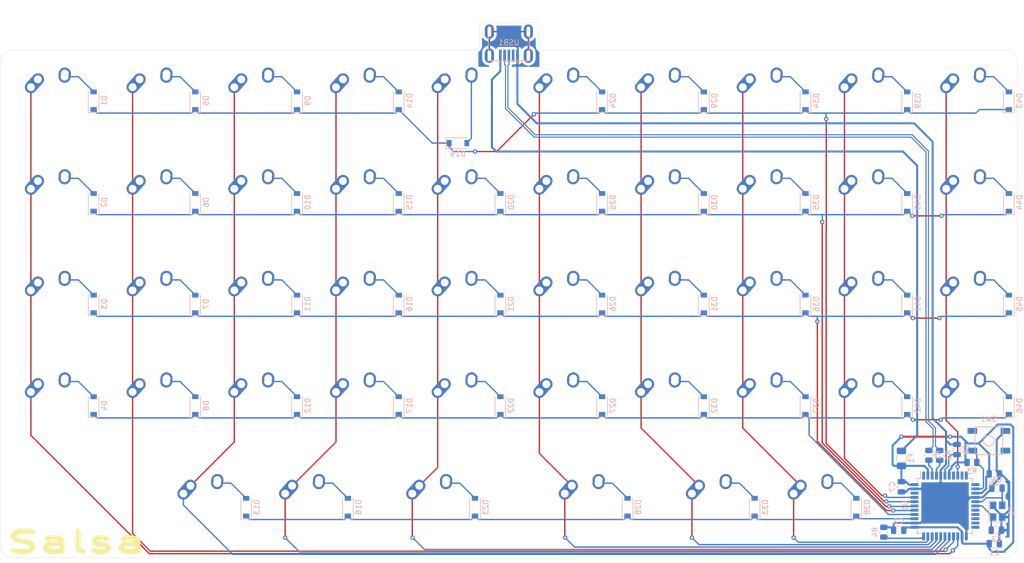
<source format=kicad_pcb>
(kicad_pcb (version 20171130) (host pcbnew "(5.1.12)-1")
  (layers (0 F.Cu signal) (31 B.Cu signal) (34 B.Paste user) (35 F.Paste user) (36 B.SilkS user) (37 F.SilkS user) (38 B.Mask user) (39 F.Mask user) (44 Edge.Cuts user))
  (net 0 "")
  (net 1 GND)
  (net 2 +5V)
  (net 3 "Net-(C3-Pad1)")
  (net 4 "Net-(C4-Pad1)")
  (net 5 "Net-(C6-Pad1)")
  (net 6 "Net-(D1-Pad2)")
  (net 7 ROW0)
  (net 8 "Net-(D2-Pad2)")
  (net 9 ROW1)
  (net 10 "Net-(D3-Pad2)")
  (net 11 ROW2)
  (net 12 "Net-(D4-Pad2)")
  (net 13 ROW3)
  (net 14 "Net-(D5-Pad2)")
  (net 15 "Net-(D6-Pad2)")
  (net 16 "Net-(D7-Pad2)")
  (net 17 "Net-(D8-Pad2)")
  (net 18 "Net-(D9-Pad2)")
  (net 19 "Net-(D10-Pad2)")
  (net 20 "Net-(D11-Pad2)")
  (net 21 "Net-(D12-Pad2)")
  (net 22 "Net-(D13-Pad2)")
  (net 23 ROW4)
  (net 24 "Net-(D14-Pad2)")
  (net 25 "Net-(D15-Pad2)")
  (net 26 "Net-(D16-Pad2)")
  (net 27 "Net-(D17-Pad2)")
  (net 28 "Net-(D18-Pad2)")
  (net 29 "Net-(D19-Pad2)")
  (net 30 "Net-(D20-Pad2)")
  (net 31 "Net-(D21-Pad2)")
  (net 32 "Net-(D22-Pad2)")
  (net 33 "Net-(D23-Pad2)")
  (net 34 "Net-(D24-Pad2)")
  (net 35 "Net-(D25-Pad2)")
  (net 36 "Net-(D26-Pad2)")
  (net 37 "Net-(D27-Pad2)")
  (net 38 "Net-(D28-Pad2)")
  (net 39 "Net-(D29-Pad2)")
  (net 40 "Net-(D30-Pad2)")
  (net 41 "Net-(D31-Pad2)")
  (net 42 "Net-(D32-Pad2)")
  (net 43 "Net-(D33-Pad2)")
  (net 44 "Net-(D34-Pad2)")
  (net 45 "Net-(D35-Pad2)")
  (net 46 "Net-(D36-Pad2)")
  (net 47 "Net-(D37-Pad2)")
  (net 48 "Net-(D38-Pad2)")
  (net 49 "Net-(D39-Pad2)")
  (net 50 "Net-(D40-Pad2)")
  (net 51 "Net-(D41-Pad2)")
  (net 52 "Net-(D42-Pad2)")
  (net 53 "Net-(D43-Pad2)")
  (net 54 "Net-(D44-Pad2)")
  (net 55 "Net-(D45-Pad2)")
  (net 56 "Net-(D46-Pad2)")
  (net 57 VCC)
  (net 58 COL0)
  (net 59 COL1)
  (net 60 COL2)
  (net 61 COL3)
  (net 62 COL4)
  (net 63 COL5)
  (net 64 COL6)
  (net 65 COL7)
  (net 66 COL8)
  (net 67 COL9)
  (net 68 D-)
  (net 69 D+)
  (net 70 "Net-(R3-Pad2)")
  (net 71 "Net-(R4-Pad2)")
  (net 72 "Net-(U1-Pad42)")
  (net 73 "Net-(U1-Pad21)")
  (net 74 "Net-(U1-Pad20)")
  (net 75 "Net-(U1-Pad19)")
  (net 76 "Net-(U1-Pad18)")
  (net 77 "Net-(U1-Pad12)")
  (net 78 "Net-(U1-Pad11)")
  (net 79 "Net-(U1-Pad10)")
  (net 80 "Net-(U1-Pad8)")
  (net 81 "Net-(U1-Pad1)")
  (net 82 "Net-(USB1-Pad6)")
  (net 83 "Net-(USB1-Pad2)")
  (net 84 "Net-(U1-Pad22)")
  (net 85 DN)
  (net 86 DP)
  (module Diode_SMD:D_SOD-123 (layer B.Cu) (at 98.425 30.1625)
    (fp_text reference D19 (at 0 2) (layer B.SilkS) (effects (justify mirror)))
    (fp_text value SOD-123)
    (pad 2 smd rect (at 1.65 0) (size 0.9 1.2) (layers B.Cu B.Paste B.Mask) (net 29 "Net-(D19-Pad2)"))
    (pad 1 smd rect (at -1.65 0) (size 0.9 1.2) (layers B.Cu B.Paste B.Mask) (net 7 ROW0))
  )
  (module MX_Alps_Hybrid:MX-1U-NoLED (layer F.Cu) (at 193.675 22.225)
    (fp_text reference MX43)
    (fp_text value MX-NoLED)
    (pad "" np_thru_hole circle (at 5.08 0 48.0996) (size 1.75 1.75) (drill 1.75) (layers *.Cu *.Mask))
    (pad "" np_thru_hole circle (at -5.08 0 48.0996) (size 1.75 1.75) (drill 1.75) (layers *.Cu *.Mask))
    (pad 1 thru_hole circle (at -2.5 -4) (size 2.25 2.25) (drill 1.47) (layers *.Cu B.Mask) (net 67 COL9))
    (pad "" np_thru_hole circle (at 0 0) (size 3.9878 3.9878) (drill 3.9878) (layers *.Cu *.Mask))
    (pad 1 thru_hole oval (at -3.81 -2.54 48.0996) (size 4.211556 2.25) (drill 1.47 (offset 0.980778 0)) (layers *.Cu B.Mask) (net 67 COL9))
    (pad 2 thru_hole circle (at 2.54 -5.08) (size 2.25 2.25) (drill 1.47) (layers *.Cu B.Mask) (net 53 "Net-(D43-Pad2)"))
    (pad 2 thru_hole oval (at 2.5 -4.5 86.0548) (size 2.831378 2.25) (drill 1.47 (offset 0.290689 0)) (layers *.Cu B.Mask) (net 53 "Net-(D43-Pad2)"))
  )
  (module Resistor_SMD:R_0805_2012Metric (layer B.Cu) (at 188.66135 88.7095 90)
    (fp_text reference R2 (at 0 1.65 90) (layer B.SilkS) (effects (justify mirror)))
    (fp_text value 22)
    (pad 2 smd roundrect (at 0.9125 0 90) (size 1.025 1.4) (layers B.Cu B.Paste B.Mask) (roundrect_rratio 0.2439004878048781) (net 69 D+))
    (pad 1 smd roundrect (at -0.9125 0 90) (size 1.025 1.4) (layers B.Cu B.Paste B.Mask) (roundrect_rratio 0.2439004878048781) (net 86 DP))
  )
  (module Crystal:Crystal_SMD_3225-4Pin_3.2x2.5mm (layer B.Cu) (at 199.517 99.187 90)
    (fp_text reference Y1 (at 0 2.45 90) (layer B.SilkS) (effects (justify mirror)))
    (fp_text value 16MHz)
    (pad 4 smd rect (at -1.1 0.85 90) (size 1.4 1.2) (layers B.Cu B.Paste B.Mask) (net 1 GND))
    (pad 3 smd rect (at 1.1 0.85 90) (size 1.4 1.2) (layers B.Cu B.Paste B.Mask) (net 4 "Net-(C4-Pad1)"))
    (pad 2 smd rect (at 1.1 -0.85 90) (size 1.4 1.2) (layers B.Cu B.Paste B.Mask) (net 1 GND))
    (pad 1 smd rect (at -1.1 -0.85 90) (size 1.4 1.2) (layers B.Cu B.Paste B.Mask) (net 3 "Net-(C3-Pad1)"))
  )
  (module random-keyboard-parts:Molex-0548190589 (layer B.Cu) (at 107.95 9.271 270)
    (fp_text reference USB1 (at 2.032 0 180) (layer B.SilkS) (effects (justify mirror)))
    (fp_text value Molex-0548190589)
    (pad 6 thru_hole oval (at 0 3.65 270) (size 2.7 1.7) (drill oval 1.9 0.7) (layers *.Cu *.Mask) (net 82 "Net-(USB1-Pad6)"))
    (pad 6 thru_hole oval (at 0 -3.65 270) (size 2.7 1.7) (drill oval 1.9 0.7) (layers *.Cu *.Mask) (net 82 "Net-(USB1-Pad6)"))
    (pad 6 thru_hole oval (at 4.5 -3.65 270) (size 2.7 1.7) (drill oval 1.9 0.7) (layers *.Cu *.Mask) (net 82 "Net-(USB1-Pad6)"))
    (pad 6 thru_hole oval (at 4.5 3.65 270) (size 2.7 1.7) (drill oval 1.9 0.7) (layers *.Cu *.Mask) (net 82 "Net-(USB1-Pad6)"))
    (pad 5 smd rect (at 4.5 1.6 270) (size 2.25 0.5) (layers B.Cu B.Paste B.Mask) (net 57 VCC))
    (pad 4 smd rect (at 4.5 0.8 270) (size 2.25 0.5) (layers B.Cu B.Paste B.Mask) (net 68 D-))
    (pad 3 smd rect (at 4.5 0 270) (size 2.25 0.5) (layers B.Cu B.Paste B.Mask) (net 69 D+))
    (pad 2 smd rect (at 4.5 -0.8 270) (size 2.25 0.5) (layers B.Cu B.Paste B.Mask) (net 83 "Net-(USB1-Pad2)"))
    (pad 1 smd rect (at 4.5 -1.6 270) (size 2.25 0.5) (layers B.Cu B.Paste B.Mask) (net 1 GND))
  )
  (module Package_QFP:TQFP-44_10x10mm_P0.8mm (layer B.Cu) (at 189.64275 98.20275 270)
    (fp_text reference U1 (at 0 7.45 90) (layer B.SilkS) (effects (justify mirror)))
    (fp_text value ATmega32U4-AU)
    (pad 44 smd rect (at -4 5.7 180) (size 1.5 0.55) (layers B.Cu B.Paste B.Mask) (net 2 +5V))
    (pad 43 smd rect (at -3.2 5.7 180) (size 1.5 0.55) (layers B.Cu B.Paste B.Mask) (net 1 GND))
    (pad 42 smd rect (at -2.4 5.7 180) (size 1.5 0.55) (layers B.Cu B.Paste B.Mask) (net 72 "Net-(U1-Pad42)"))
    (pad 41 smd rect (at -1.6 5.7 180) (size 1.5 0.55) (layers B.Cu B.Paste B.Mask) (net 66 COL8))
    (pad 40 smd rect (at -0.8 5.7 180) (size 1.5 0.55) (layers B.Cu B.Paste B.Mask) (net 7 ROW0))
    (pad 39 smd rect (at 0 5.7 180) (size 1.5 0.55) (layers B.Cu B.Paste B.Mask) (net 9 ROW1))
    (pad 38 smd rect (at 0.8 5.7 180) (size 1.5 0.55) (layers B.Cu B.Paste B.Mask) (net 11 ROW2))
    (pad 37 smd rect (at 1.6 5.7 180) (size 1.5 0.55) (layers B.Cu B.Paste B.Mask) (net 13 ROW3))
    (pad 36 smd rect (at 2.4 5.7 180) (size 1.5 0.55) (layers B.Cu B.Paste B.Mask) (net 23 ROW4))
    (pad 35 smd rect (at 3.2 5.7 180) (size 1.5 0.55) (layers B.Cu B.Paste B.Mask) (net 1 GND))
    (pad 34 smd rect (at 4 5.7 180) (size 1.5 0.55) (layers B.Cu B.Paste B.Mask) (net 2 +5V))
    (pad 33 smd rect (at 5.7 4 270) (size 1.5 0.55) (layers B.Cu B.Paste B.Mask) (net 71 "Net-(R4-Pad2)"))
    (pad 32 smd rect (at 5.7 3.2 270) (size 1.5 0.55) (layers B.Cu B.Paste B.Mask) (net 65 COL7))
    (pad 31 smd rect (at 5.7 2.4 270) (size 1.5 0.55) (layers B.Cu B.Paste B.Mask) (net 64 COL6))
    (pad 30 smd rect (at 5.7 1.6 270) (size 1.5 0.55) (layers B.Cu B.Paste B.Mask) (net 63 COL5))
    (pad 29 smd rect (at 5.7 0.8 270) (size 1.5 0.55) (layers B.Cu B.Paste B.Mask) (net 62 COL4))
    (pad 28 smd rect (at 5.7 0 270) (size 1.5 0.55) (layers B.Cu B.Paste B.Mask) (net 61 COL3))
    (pad 27 smd rect (at 5.7 -0.8 270) (size 1.5 0.55) (layers B.Cu B.Paste B.Mask) (net 60 COL2))
    (pad 26 smd rect (at 5.7 -1.6 270) (size 1.5 0.55) (layers B.Cu B.Paste B.Mask) (net 59 COL1))
    (pad 25 smd rect (at 5.7 -2.4 270) (size 1.5 0.55) (layers B.Cu B.Paste B.Mask) (net 58 COL0))
    (pad 24 smd rect (at 5.7 -3.2 270) (size 1.5 0.55) (layers B.Cu B.Paste B.Mask) (net 2 +5V))
    (pad 23 smd rect (at 5.7 -4 270) (size 1.5 0.55) (layers B.Cu B.Paste B.Mask) (net 1 GND))
    (pad 22 smd rect (at 4 -5.7 180) (size 1.5 0.55) (layers B.Cu B.Paste B.Mask) (net 84 "Net-(U1-Pad22)"))
    (pad 21 smd rect (at 3.2 -5.7 180) (size 1.5 0.55) (layers B.Cu B.Paste B.Mask) (net 73 "Net-(U1-Pad21)"))
    (pad 20 smd rect (at 2.4 -5.7 180) (size 1.5 0.55) (layers B.Cu B.Paste B.Mask) (net 74 "Net-(U1-Pad20)"))
    (pad 19 smd rect (at 1.6 -5.7 180) (size 1.5 0.55) (layers B.Cu B.Paste B.Mask) (net 75 "Net-(U1-Pad19)"))
    (pad 18 smd rect (at 0.8 -5.7 180) (size 1.5 0.55) (layers B.Cu B.Paste B.Mask) (net 76 "Net-(U1-Pad18)"))
    (pad 17 smd rect (at 0 -5.7 180) (size 1.5 0.55) (layers B.Cu B.Paste B.Mask) (net 3 "Net-(C3-Pad1)"))
    (pad 16 smd rect (at -0.8 -5.7 180) (size 1.5 0.55) (layers B.Cu B.Paste B.Mask) (net 4 "Net-(C4-Pad1)"))
    (pad 15 smd rect (at -1.6 -5.7 180) (size 1.5 0.55) (layers B.Cu B.Paste B.Mask) (net 1 GND))
    (pad 14 smd rect (at -2.4 -5.7 180) (size 1.5 0.55) (layers B.Cu B.Paste B.Mask) (net 2 +5V))
    (pad 13 smd rect (at -3.2 -5.7 180) (size 1.5 0.55) (layers B.Cu B.Paste B.Mask) (net 70 "Net-(R3-Pad2)"))
    (pad 12 smd rect (at -4 -5.7 180) (size 1.5 0.55) (layers B.Cu B.Paste B.Mask) (net 77 "Net-(U1-Pad12)"))
    (pad 11 smd rect (at -5.7 -4 270) (size 1.5 0.55) (layers B.Cu B.Paste B.Mask) (net 78 "Net-(U1-Pad11)"))
    (pad 10 smd rect (at -5.7 -3.2 270) (size 1.5 0.55) (layers B.Cu B.Paste B.Mask) (net 79 "Net-(U1-Pad10)"))
    (pad 9 smd rect (at -5.7 -2.4 270) (size 1.5 0.55) (layers B.Cu B.Paste B.Mask) (net 67 COL9))
    (pad 8 smd rect (at -5.7 -1.6 270) (size 1.5 0.55) (layers B.Cu B.Paste B.Mask) (net 80 "Net-(U1-Pad8)"))
    (pad 7 smd rect (at -5.7 -0.8 270) (size 1.5 0.55) (layers B.Cu B.Paste B.Mask) (net 2 +5V))
    (pad 6 smd rect (at -5.7 0 270) (size 1.5 0.55) (layers B.Cu B.Paste B.Mask) (net 5 "Net-(C6-Pad1)"))
    (pad 5 smd rect (at -5.7 0.8 270) (size 1.5 0.55) (layers B.Cu B.Paste B.Mask) (net 1 GND))
    (pad 4 smd rect (at -5.7 1.6 270) (size 1.5 0.55) (layers B.Cu B.Paste B.Mask) (net 86 DP))
    (pad 3 smd rect (at -5.7 2.4 270) (size 1.5 0.55) (layers B.Cu B.Paste B.Mask) (net 85 DN))
    (pad 2 smd rect (at -5.7 3.2 270) (size 1.5 0.55) (layers B.Cu B.Paste B.Mask) (net 2 +5V))
    (pad 1 smd rect (at -5.7 4 270) (size 1.5 0.55) (layers B.Cu B.Paste B.Mask) (net 81 "Net-(U1-Pad1)"))
  )
  (module random-keyboard-parts:SKQG-1155865 (layer B.Cu) (at 197.866 85.979)
    (fp_text reference SW1 (at 0 -4.064) (layer B.SilkS) (effects (justify mirror)))
    (fp_text value SW_Push)
    (pad 4 smd rect (at -3.1 -1.85) (size 1.8 1.1) (layers B.Cu B.Paste B.Mask))
    (pad 3 smd rect (at 3.1 1.85) (size 1.8 1.1) (layers B.Cu B.Paste B.Mask))
    (pad 2 smd rect (at -3.1 1.85) (size 1.8 1.1) (layers B.Cu B.Paste B.Mask) (net 70 "Net-(R3-Pad2)"))
    (pad 1 smd rect (at 3.1 -1.85) (size 1.8 1.1) (layers B.Cu B.Paste B.Mask) (net 1 GND))
  )
  (module Resistor_SMD:R_0805_2012Metric (layer B.Cu) (at 178.181 103.124 270)
    (fp_text reference R4 (at 0 1.65 90) (layer B.SilkS) (effects (justify mirror)))
    (fp_text value 10k)
    (pad 2 smd roundrect (at 0.9125 0 270) (size 1.025 1.4) (layers B.Cu B.Paste B.Mask) (roundrect_rratio 0.2439004878048781) (net 71 "Net-(R4-Pad2)"))
    (pad 1 smd roundrect (at -0.9125 0 270) (size 1.025 1.4) (layers B.Cu B.Paste B.Mask) (roundrect_rratio 0.2439004878048781) (net 1 GND))
  )
  (module Resistor_SMD:R_0805_2012Metric (layer B.Cu) (at 194.691 90.043)
    (fp_text reference R3 (at 0 1.65) (layer B.SilkS) (effects (justify mirror)))
    (fp_text value 10k)
    (pad 2 smd roundrect (at 0.9125 0) (size 1.025 1.4) (layers B.Cu B.Paste B.Mask) (roundrect_rratio 0.2439004878048781) (net 70 "Net-(R3-Pad2)"))
    (pad 1 smd roundrect (at -0.9125 0) (size 1.025 1.4) (layers B.Cu B.Paste B.Mask) (roundrect_rratio 0.2439004878048781) (net 2 +5V))
  )
  (module Resistor_SMD:R_0805_2012Metric (layer B.Cu) (at 186.62935 88.7095 90)
    (fp_text reference R1 (at 0 1.65 90) (layer B.SilkS) (effects (justify mirror)))
    (fp_text value 22)
    (pad 2 smd roundrect (at 0.9125 0 90) (size 1.025 1.4) (layers B.Cu B.Paste B.Mask) (roundrect_rratio 0.2439004878048781) (net 68 D-))
    (pad 1 smd roundrect (at -0.9125 0 90) (size 1.025 1.4) (layers B.Cu B.Paste B.Mask) (roundrect_rratio 0.2439004878048781) (net 85 DN))
  )
  (module MX_Alps_Hybrid:MX-1U-NoLED (layer F.Cu) (at 193.675 79.375)
    (fp_text reference MX46)
    (fp_text value MX-NoLED)
    (pad "" np_thru_hole circle (at 5.08 0 48.0996) (size 1.75 1.75) (drill 1.75) (layers *.Cu *.Mask))
    (pad "" np_thru_hole circle (at -5.08 0 48.0996) (size 1.75 1.75) (drill 1.75) (layers *.Cu *.Mask))
    (pad 1 thru_hole circle (at -2.5 -4) (size 2.25 2.25) (drill 1.47) (layers *.Cu B.Mask) (net 67 COL9))
    (pad "" np_thru_hole circle (at 0 0) (size 3.9878 3.9878) (drill 3.9878) (layers *.Cu *.Mask))
    (pad 1 thru_hole oval (at -3.81 -2.54 48.0996) (size 4.211556 2.25) (drill 1.47 (offset 0.980778 0)) (layers *.Cu B.Mask) (net 67 COL9))
    (pad 2 thru_hole circle (at 2.54 -5.08) (size 2.25 2.25) (drill 1.47) (layers *.Cu B.Mask) (net 56 "Net-(D46-Pad2)"))
    (pad 2 thru_hole oval (at 2.5 -4.5 86.0548) (size 2.831378 2.25) (drill 1.47 (offset 0.290689 0)) (layers *.Cu B.Mask) (net 56 "Net-(D46-Pad2)"))
  )
  (module MX_Alps_Hybrid:MX-1U-NoLED (layer F.Cu) (at 193.675 60.325)
    (fp_text reference MX45)
    (fp_text value MX-NoLED)
    (pad "" np_thru_hole circle (at 5.08 0 48.0996) (size 1.75 1.75) (drill 1.75) (layers *.Cu *.Mask))
    (pad "" np_thru_hole circle (at -5.08 0 48.0996) (size 1.75 1.75) (drill 1.75) (layers *.Cu *.Mask))
    (pad 1 thru_hole circle (at -2.5 -4) (size 2.25 2.25) (drill 1.47) (layers *.Cu B.Mask) (net 67 COL9))
    (pad "" np_thru_hole circle (at 0 0) (size 3.9878 3.9878) (drill 3.9878) (layers *.Cu *.Mask))
    (pad 1 thru_hole oval (at -3.81 -2.54 48.0996) (size 4.211556 2.25) (drill 1.47 (offset 0.980778 0)) (layers *.Cu B.Mask) (net 67 COL9))
    (pad 2 thru_hole circle (at 2.54 -5.08) (size 2.25 2.25) (drill 1.47) (layers *.Cu B.Mask) (net 55 "Net-(D45-Pad2)"))
    (pad 2 thru_hole oval (at 2.5 -4.5 86.0548) (size 2.831378 2.25) (drill 1.47 (offset 0.290689 0)) (layers *.Cu B.Mask) (net 55 "Net-(D45-Pad2)"))
  )
  (module MX_Alps_Hybrid:MX-1U-NoLED (layer F.Cu) (at 193.675 41.275)
    (fp_text reference MX44)
    (fp_text value MX-NoLED)
    (pad "" np_thru_hole circle (at 5.08 0 48.0996) (size 1.75 1.75) (drill 1.75) (layers *.Cu *.Mask))
    (pad "" np_thru_hole circle (at -5.08 0 48.0996) (size 1.75 1.75) (drill 1.75) (layers *.Cu *.Mask))
    (pad 1 thru_hole circle (at -2.5 -4) (size 2.25 2.25) (drill 1.47) (layers *.Cu B.Mask) (net 67 COL9))
    (pad "" np_thru_hole circle (at 0 0) (size 3.9878 3.9878) (drill 3.9878) (layers *.Cu *.Mask))
    (pad 1 thru_hole oval (at -3.81 -2.54 48.0996) (size 4.211556 2.25) (drill 1.47 (offset 0.980778 0)) (layers *.Cu B.Mask) (net 67 COL9))
    (pad 2 thru_hole circle (at 2.54 -5.08) (size 2.25 2.25) (drill 1.47) (layers *.Cu B.Mask) (net 54 "Net-(D44-Pad2)"))
    (pad 2 thru_hole oval (at 2.5 -4.5 86.0548) (size 2.831378 2.25) (drill 1.47 (offset 0.290689 0)) (layers *.Cu B.Mask) (net 54 "Net-(D44-Pad2)"))
  )
  (module MX_Alps_Hybrid:MX-1U-NoLED (layer F.Cu) (at 174.625 79.375)
    (fp_text reference MX42)
    (fp_text value MX-NoLED)
    (pad "" np_thru_hole circle (at 5.08 0 48.0996) (size 1.75 1.75) (drill 1.75) (layers *.Cu *.Mask))
    (pad "" np_thru_hole circle (at -5.08 0 48.0996) (size 1.75 1.75) (drill 1.75) (layers *.Cu *.Mask))
    (pad 1 thru_hole circle (at -2.5 -4) (size 2.25 2.25) (drill 1.47) (layers *.Cu B.Mask) (net 66 COL8))
    (pad "" np_thru_hole circle (at 0 0) (size 3.9878 3.9878) (drill 3.9878) (layers *.Cu *.Mask))
    (pad 1 thru_hole oval (at -3.81 -2.54 48.0996) (size 4.211556 2.25) (drill 1.47 (offset 0.980778 0)) (layers *.Cu B.Mask) (net 66 COL8))
    (pad 2 thru_hole circle (at 2.54 -5.08) (size 2.25 2.25) (drill 1.47) (layers *.Cu B.Mask) (net 52 "Net-(D42-Pad2)"))
    (pad 2 thru_hole oval (at 2.5 -4.5 86.0548) (size 2.831378 2.25) (drill 1.47 (offset 0.290689 0)) (layers *.Cu B.Mask) (net 52 "Net-(D42-Pad2)"))
  )
  (module MX_Alps_Hybrid:MX-1U-NoLED (layer F.Cu) (at 174.625 60.325)
    (fp_text reference MX41)
    (fp_text value MX-NoLED)
    (pad "" np_thru_hole circle (at 5.08 0 48.0996) (size 1.75 1.75) (drill 1.75) (layers *.Cu *.Mask))
    (pad "" np_thru_hole circle (at -5.08 0 48.0996) (size 1.75 1.75) (drill 1.75) (layers *.Cu *.Mask))
    (pad 1 thru_hole circle (at -2.5 -4) (size 2.25 2.25) (drill 1.47) (layers *.Cu B.Mask) (net 66 COL8))
    (pad "" np_thru_hole circle (at 0 0) (size 3.9878 3.9878) (drill 3.9878) (layers *.Cu *.Mask))
    (pad 1 thru_hole oval (at -3.81 -2.54 48.0996) (size 4.211556 2.25) (drill 1.47 (offset 0.980778 0)) (layers *.Cu B.Mask) (net 66 COL8))
    (pad 2 thru_hole circle (at 2.54 -5.08) (size 2.25 2.25) (drill 1.47) (layers *.Cu B.Mask) (net 51 "Net-(D41-Pad2)"))
    (pad 2 thru_hole oval (at 2.5 -4.5 86.0548) (size 2.831378 2.25) (drill 1.47 (offset 0.290689 0)) (layers *.Cu B.Mask) (net 51 "Net-(D41-Pad2)"))
  )
  (module MX_Alps_Hybrid:MX-1U-NoLED (layer F.Cu) (at 174.625 41.275)
    (fp_text reference MX40)
    (fp_text value MX-NoLED)
    (pad "" np_thru_hole circle (at 5.08 0 48.0996) (size 1.75 1.75) (drill 1.75) (layers *.Cu *.Mask))
    (pad "" np_thru_hole circle (at -5.08 0 48.0996) (size 1.75 1.75) (drill 1.75) (layers *.Cu *.Mask))
    (pad 1 thru_hole circle (at -2.5 -4) (size 2.25 2.25) (drill 1.47) (layers *.Cu B.Mask) (net 66 COL8))
    (pad "" np_thru_hole circle (at 0 0) (size 3.9878 3.9878) (drill 3.9878) (layers *.Cu *.Mask))
    (pad 1 thru_hole oval (at -3.81 -2.54 48.0996) (size 4.211556 2.25) (drill 1.47 (offset 0.980778 0)) (layers *.Cu B.Mask) (net 66 COL8))
    (pad 2 thru_hole circle (at 2.54 -5.08) (size 2.25 2.25) (drill 1.47) (layers *.Cu B.Mask) (net 50 "Net-(D40-Pad2)"))
    (pad 2 thru_hole oval (at 2.5 -4.5 86.0548) (size 2.831378 2.25) (drill 1.47 (offset 0.290689 0)) (layers *.Cu B.Mask) (net 50 "Net-(D40-Pad2)"))
  )
  (module MX_Alps_Hybrid:MX-1U-NoLED (layer F.Cu) (at 174.625 22.225)
    (fp_text reference MX39)
    (fp_text value MX-NoLED)
    (pad "" np_thru_hole circle (at 5.08 0 48.0996) (size 1.75 1.75) (drill 1.75) (layers *.Cu *.Mask))
    (pad "" np_thru_hole circle (at -5.08 0 48.0996) (size 1.75 1.75) (drill 1.75) (layers *.Cu *.Mask))
    (pad 1 thru_hole circle (at -2.5 -4) (size 2.25 2.25) (drill 1.47) (layers *.Cu B.Mask) (net 66 COL8))
    (pad "" np_thru_hole circle (at 0 0) (size 3.9878 3.9878) (drill 3.9878) (layers *.Cu *.Mask))
    (pad 1 thru_hole oval (at -3.81 -2.54 48.0996) (size 4.211556 2.25) (drill 1.47 (offset 0.980778 0)) (layers *.Cu B.Mask) (net 66 COL8))
    (pad 2 thru_hole circle (at 2.54 -5.08) (size 2.25 2.25) (drill 1.47) (layers *.Cu B.Mask) (net 49 "Net-(D39-Pad2)"))
    (pad 2 thru_hole oval (at 2.5 -4.5 86.0548) (size 2.831378 2.25) (drill 1.47 (offset 0.290689 0)) (layers *.Cu B.Mask) (net 49 "Net-(D39-Pad2)"))
  )
  (module MX_Alps_Hybrid:MX-1U-NoLED (layer F.Cu) (at 165.1 98.425)
    (fp_text reference MX38)
    (fp_text value MX-NoLED)
    (pad "" np_thru_hole circle (at 5.08 0 48.0996) (size 1.75 1.75) (drill 1.75) (layers *.Cu *.Mask))
    (pad "" np_thru_hole circle (at -5.08 0 48.0996) (size 1.75 1.75) (drill 1.75) (layers *.Cu *.Mask))
    (pad 1 thru_hole circle (at -2.5 -4) (size 2.25 2.25) (drill 1.47) (layers *.Cu B.Mask) (net 65 COL7))
    (pad "" np_thru_hole circle (at 0 0) (size 3.9878 3.9878) (drill 3.9878) (layers *.Cu *.Mask))
    (pad 1 thru_hole oval (at -3.81 -2.54 48.0996) (size 4.211556 2.25) (drill 1.47 (offset 0.980778 0)) (layers *.Cu B.Mask) (net 65 COL7))
    (pad 2 thru_hole circle (at 2.54 -5.08) (size 2.25 2.25) (drill 1.47) (layers *.Cu B.Mask) (net 48 "Net-(D38-Pad2)"))
    (pad 2 thru_hole oval (at 2.5 -4.5 86.0548) (size 2.831378 2.25) (drill 1.47 (offset 0.290689 0)) (layers *.Cu B.Mask) (net 48 "Net-(D38-Pad2)"))
  )
  (module MX_Alps_Hybrid:MX-1U-NoLED (layer F.Cu) (at 155.575 79.375)
    (fp_text reference MX37)
    (fp_text value MX-NoLED)
    (pad "" np_thru_hole circle (at 5.08 0 48.0996) (size 1.75 1.75) (drill 1.75) (layers *.Cu *.Mask))
    (pad "" np_thru_hole circle (at -5.08 0 48.0996) (size 1.75 1.75) (drill 1.75) (layers *.Cu *.Mask))
    (pad 1 thru_hole circle (at -2.5 -4) (size 2.25 2.25) (drill 1.47) (layers *.Cu B.Mask) (net 65 COL7))
    (pad "" np_thru_hole circle (at 0 0) (size 3.9878 3.9878) (drill 3.9878) (layers *.Cu *.Mask))
    (pad 1 thru_hole oval (at -3.81 -2.54 48.0996) (size 4.211556 2.25) (drill 1.47 (offset 0.980778 0)) (layers *.Cu B.Mask) (net 65 COL7))
    (pad 2 thru_hole circle (at 2.54 -5.08) (size 2.25 2.25) (drill 1.47) (layers *.Cu B.Mask) (net 47 "Net-(D37-Pad2)"))
    (pad 2 thru_hole oval (at 2.5 -4.5 86.0548) (size 2.831378 2.25) (drill 1.47 (offset 0.290689 0)) (layers *.Cu B.Mask) (net 47 "Net-(D37-Pad2)"))
  )
  (module MX_Alps_Hybrid:MX-1U-NoLED (layer F.Cu) (at 155.575 60.325)
    (fp_text reference MX36)
    (fp_text value MX-NoLED)
    (pad "" np_thru_hole circle (at 5.08 0 48.0996) (size 1.75 1.75) (drill 1.75) (layers *.Cu *.Mask))
    (pad "" np_thru_hole circle (at -5.08 0 48.0996) (size 1.75 1.75) (drill 1.75) (layers *.Cu *.Mask))
    (pad 1 thru_hole circle (at -2.5 -4) (size 2.25 2.25) (drill 1.47) (layers *.Cu B.Mask) (net 65 COL7))
    (pad "" np_thru_hole circle (at 0 0) (size 3.9878 3.9878) (drill 3.9878) (layers *.Cu *.Mask))
    (pad 1 thru_hole oval (at -3.81 -2.54 48.0996) (size 4.211556 2.25) (drill 1.47 (offset 0.980778 0)) (layers *.Cu B.Mask) (net 65 COL7))
    (pad 2 thru_hole circle (at 2.54 -5.08) (size 2.25 2.25) (drill 1.47) (layers *.Cu B.Mask) (net 46 "Net-(D36-Pad2)"))
    (pad 2 thru_hole oval (at 2.5 -4.5 86.0548) (size 2.831378 2.25) (drill 1.47 (offset 0.290689 0)) (layers *.Cu B.Mask) (net 46 "Net-(D36-Pad2)"))
  )
  (module MX_Alps_Hybrid:MX-1U-NoLED (layer F.Cu) (at 155.575 41.275)
    (fp_text reference MX35)
    (fp_text value MX-NoLED)
    (pad "" np_thru_hole circle (at 5.08 0 48.0996) (size 1.75 1.75) (drill 1.75) (layers *.Cu *.Mask))
    (pad "" np_thru_hole circle (at -5.08 0 48.0996) (size 1.75 1.75) (drill 1.75) (layers *.Cu *.Mask))
    (pad 1 thru_hole circle (at -2.5 -4) (size 2.25 2.25) (drill 1.47) (layers *.Cu B.Mask) (net 65 COL7))
    (pad "" np_thru_hole circle (at 0 0) (size 3.9878 3.9878) (drill 3.9878) (layers *.Cu *.Mask))
    (pad 1 thru_hole oval (at -3.81 -2.54 48.0996) (size 4.211556 2.25) (drill 1.47 (offset 0.980778 0)) (layers *.Cu B.Mask) (net 65 COL7))
    (pad 2 thru_hole circle (at 2.54 -5.08) (size 2.25 2.25) (drill 1.47) (layers *.Cu B.Mask) (net 45 "Net-(D35-Pad2)"))
    (pad 2 thru_hole oval (at 2.5 -4.5 86.0548) (size 2.831378 2.25) (drill 1.47 (offset 0.290689 0)) (layers *.Cu B.Mask) (net 45 "Net-(D35-Pad2)"))
  )
  (module MX_Alps_Hybrid:MX-1U-NoLED (layer F.Cu) (at 155.575 22.225)
    (fp_text reference MX34)
    (fp_text value MX-NoLED)
    (pad "" np_thru_hole circle (at 5.08 0 48.0996) (size 1.75 1.75) (drill 1.75) (layers *.Cu *.Mask))
    (pad "" np_thru_hole circle (at -5.08 0 48.0996) (size 1.75 1.75) (drill 1.75) (layers *.Cu *.Mask))
    (pad 1 thru_hole circle (at -2.5 -4) (size 2.25 2.25) (drill 1.47) (layers *.Cu B.Mask) (net 65 COL7))
    (pad "" np_thru_hole circle (at 0 0) (size 3.9878 3.9878) (drill 3.9878) (layers *.Cu *.Mask))
    (pad 1 thru_hole oval (at -3.81 -2.54 48.0996) (size 4.211556 2.25) (drill 1.47 (offset 0.980778 0)) (layers *.Cu B.Mask) (net 65 COL7))
    (pad 2 thru_hole circle (at 2.54 -5.08) (size 2.25 2.25) (drill 1.47) (layers *.Cu B.Mask) (net 44 "Net-(D34-Pad2)"))
    (pad 2 thru_hole oval (at 2.5 -4.5 86.0548) (size 2.831378 2.25) (drill 1.47 (offset 0.290689 0)) (layers *.Cu B.Mask) (net 44 "Net-(D34-Pad2)"))
  )
  (module MX_Alps_Hybrid:MX-1U-NoLED (layer F.Cu) (at 146.05 98.425)
    (fp_text reference MX33)
    (fp_text value MX-NoLED)
    (pad "" np_thru_hole circle (at 5.08 0 48.0996) (size 1.75 1.75) (drill 1.75) (layers *.Cu *.Mask))
    (pad "" np_thru_hole circle (at -5.08 0 48.0996) (size 1.75 1.75) (drill 1.75) (layers *.Cu *.Mask))
    (pad 1 thru_hole circle (at -2.5 -4) (size 2.25 2.25) (drill 1.47) (layers *.Cu B.Mask) (net 64 COL6))
    (pad "" np_thru_hole circle (at 0 0) (size 3.9878 3.9878) (drill 3.9878) (layers *.Cu *.Mask))
    (pad 1 thru_hole oval (at -3.81 -2.54 48.0996) (size 4.211556 2.25) (drill 1.47 (offset 0.980778 0)) (layers *.Cu B.Mask) (net 64 COL6))
    (pad 2 thru_hole circle (at 2.54 -5.08) (size 2.25 2.25) (drill 1.47) (layers *.Cu B.Mask) (net 43 "Net-(D33-Pad2)"))
    (pad 2 thru_hole oval (at 2.5 -4.5 86.0548) (size 2.831378 2.25) (drill 1.47 (offset 0.290689 0)) (layers *.Cu B.Mask) (net 43 "Net-(D33-Pad2)"))
  )
  (module MX_Alps_Hybrid:MX-1U-NoLED (layer F.Cu) (at 136.525 79.375)
    (fp_text reference MX32)
    (fp_text value MX-NoLED)
    (pad "" np_thru_hole circle (at 5.08 0 48.0996) (size 1.75 1.75) (drill 1.75) (layers *.Cu *.Mask))
    (pad "" np_thru_hole circle (at -5.08 0 48.0996) (size 1.75 1.75) (drill 1.75) (layers *.Cu *.Mask))
    (pad 1 thru_hole circle (at -2.5 -4) (size 2.25 2.25) (drill 1.47) (layers *.Cu B.Mask) (net 64 COL6))
    (pad "" np_thru_hole circle (at 0 0) (size 3.9878 3.9878) (drill 3.9878) (layers *.Cu *.Mask))
    (pad 1 thru_hole oval (at -3.81 -2.54 48.0996) (size 4.211556 2.25) (drill 1.47 (offset 0.980778 0)) (layers *.Cu B.Mask) (net 64 COL6))
    (pad 2 thru_hole circle (at 2.54 -5.08) (size 2.25 2.25) (drill 1.47) (layers *.Cu B.Mask) (net 42 "Net-(D32-Pad2)"))
    (pad 2 thru_hole oval (at 2.5 -4.5 86.0548) (size 2.831378 2.25) (drill 1.47 (offset 0.290689 0)) (layers *.Cu B.Mask) (net 42 "Net-(D32-Pad2)"))
  )
  (module MX_Alps_Hybrid:MX-1U-NoLED (layer F.Cu) (at 136.525 60.325)
    (fp_text reference MX31)
    (fp_text value MX-NoLED)
    (pad "" np_thru_hole circle (at 5.08 0 48.0996) (size 1.75 1.75) (drill 1.75) (layers *.Cu *.Mask))
    (pad "" np_thru_hole circle (at -5.08 0 48.0996) (size 1.75 1.75) (drill 1.75) (layers *.Cu *.Mask))
    (pad 1 thru_hole circle (at -2.5 -4) (size 2.25 2.25) (drill 1.47) (layers *.Cu B.Mask) (net 64 COL6))
    (pad "" np_thru_hole circle (at 0 0) (size 3.9878 3.9878) (drill 3.9878) (layers *.Cu *.Mask))
    (pad 1 thru_hole oval (at -3.81 -2.54 48.0996) (size 4.211556 2.25) (drill 1.47 (offset 0.980778 0)) (layers *.Cu B.Mask) (net 64 COL6))
    (pad 2 thru_hole circle (at 2.54 -5.08) (size 2.25 2.25) (drill 1.47) (layers *.Cu B.Mask) (net 41 "Net-(D31-Pad2)"))
    (pad 2 thru_hole oval (at 2.5 -4.5 86.0548) (size 2.831378 2.25) (drill 1.47 (offset 0.290689 0)) (layers *.Cu B.Mask) (net 41 "Net-(D31-Pad2)"))
  )
  (module MX_Alps_Hybrid:MX-1U-NoLED (layer F.Cu) (at 136.525 41.275)
    (fp_text reference MX30)
    (fp_text value MX-NoLED)
    (pad "" np_thru_hole circle (at 5.08 0 48.0996) (size 1.75 1.75) (drill 1.75) (layers *.Cu *.Mask))
    (pad "" np_thru_hole circle (at -5.08 0 48.0996) (size 1.75 1.75) (drill 1.75) (layers *.Cu *.Mask))
    (pad 1 thru_hole circle (at -2.5 -4) (size 2.25 2.25) (drill 1.47) (layers *.Cu B.Mask) (net 64 COL6))
    (pad "" np_thru_hole circle (at 0 0) (size 3.9878 3.9878) (drill 3.9878) (layers *.Cu *.Mask))
    (pad 1 thru_hole oval (at -3.81 -2.54 48.0996) (size 4.211556 2.25) (drill 1.47 (offset 0.980778 0)) (layers *.Cu B.Mask) (net 64 COL6))
    (pad 2 thru_hole circle (at 2.54 -5.08) (size 2.25 2.25) (drill 1.47) (layers *.Cu B.Mask) (net 40 "Net-(D30-Pad2)"))
    (pad 2 thru_hole oval (at 2.5 -4.5 86.0548) (size 2.831378 2.25) (drill 1.47 (offset 0.290689 0)) (layers *.Cu B.Mask) (net 40 "Net-(D30-Pad2)"))
  )
  (module MX_Alps_Hybrid:MX-1U-NoLED (layer F.Cu) (at 136.525 22.225)
    (fp_text reference MX29)
    (fp_text value MX-NoLED)
    (pad "" np_thru_hole circle (at 5.08 0 48.0996) (size 1.75 1.75) (drill 1.75) (layers *.Cu *.Mask))
    (pad "" np_thru_hole circle (at -5.08 0 48.0996) (size 1.75 1.75) (drill 1.75) (layers *.Cu *.Mask))
    (pad 1 thru_hole circle (at -2.5 -4) (size 2.25 2.25) (drill 1.47) (layers *.Cu B.Mask) (net 64 COL6))
    (pad "" np_thru_hole circle (at 0 0) (size 3.9878 3.9878) (drill 3.9878) (layers *.Cu *.Mask))
    (pad 1 thru_hole oval (at -3.81 -2.54 48.0996) (size 4.211556 2.25) (drill 1.47 (offset 0.980778 0)) (layers *.Cu B.Mask) (net 64 COL6))
    (pad 2 thru_hole circle (at 2.54 -5.08) (size 2.25 2.25) (drill 1.47) (layers *.Cu B.Mask) (net 39 "Net-(D29-Pad2)"))
    (pad 2 thru_hole oval (at 2.5 -4.5 86.0548) (size 2.831378 2.25) (drill 1.47 (offset 0.290689 0)) (layers *.Cu B.Mask) (net 39 "Net-(D29-Pad2)"))
  )
  (module MX_Alps_Hybrid:MX-1.5U-NoLED (layer F.Cu) (at 122.2375 98.425)
    (fp_text reference MX28)
    (fp_text value MX-NoLED)
    (pad "" np_thru_hole circle (at 5.08 0 48.0996) (size 1.75 1.75) (drill 1.75) (layers *.Cu *.Mask))
    (pad "" np_thru_hole circle (at -5.08 0 48.0996) (size 1.75 1.75) (drill 1.75) (layers *.Cu *.Mask))
    (pad 1 thru_hole circle (at -2.5 -4) (size 2.25 2.25) (drill 1.47) (layers *.Cu B.Mask) (net 63 COL5))
    (pad "" np_thru_hole circle (at 0 0) (size 3.9878 3.9878) (drill 3.9878) (layers *.Cu *.Mask))
    (pad 1 thru_hole oval (at -3.81 -2.54 48.0996) (size 4.211556 2.25) (drill 1.47 (offset 0.980778 0)) (layers *.Cu B.Mask) (net 63 COL5))
    (pad 2 thru_hole circle (at 2.54 -5.08) (size 2.25 2.25) (drill 1.47) (layers *.Cu B.Mask) (net 38 "Net-(D28-Pad2)"))
    (pad 2 thru_hole oval (at 2.5 -4.5 86.0548) (size 2.831378 2.25) (drill 1.47 (offset 0.290689 0)) (layers *.Cu B.Mask) (net 38 "Net-(D28-Pad2)"))
  )
  (module MX_Alps_Hybrid:MX-1U-NoLED (layer F.Cu) (at 117.475 79.375)
    (fp_text reference MX27)
    (fp_text value MX-NoLED)
    (pad "" np_thru_hole circle (at 5.08 0 48.0996) (size 1.75 1.75) (drill 1.75) (layers *.Cu *.Mask))
    (pad "" np_thru_hole circle (at -5.08 0 48.0996) (size 1.75 1.75) (drill 1.75) (layers *.Cu *.Mask))
    (pad 1 thru_hole circle (at -2.5 -4) (size 2.25 2.25) (drill 1.47) (layers *.Cu B.Mask) (net 63 COL5))
    (pad "" np_thru_hole circle (at 0 0) (size 3.9878 3.9878) (drill 3.9878) (layers *.Cu *.Mask))
    (pad 1 thru_hole oval (at -3.81 -2.54 48.0996) (size 4.211556 2.25) (drill 1.47 (offset 0.980778 0)) (layers *.Cu B.Mask) (net 63 COL5))
    (pad 2 thru_hole circle (at 2.54 -5.08) (size 2.25 2.25) (drill 1.47) (layers *.Cu B.Mask) (net 37 "Net-(D27-Pad2)"))
    (pad 2 thru_hole oval (at 2.5 -4.5 86.0548) (size 2.831378 2.25) (drill 1.47 (offset 0.290689 0)) (layers *.Cu B.Mask) (net 37 "Net-(D27-Pad2)"))
  )
  (module MX_Alps_Hybrid:MX-1U-NoLED (layer F.Cu) (at 117.475 60.325)
    (fp_text reference MX26)
    (fp_text value MX-NoLED)
    (pad "" np_thru_hole circle (at 5.08 0 48.0996) (size 1.75 1.75) (drill 1.75) (layers *.Cu *.Mask))
    (pad "" np_thru_hole circle (at -5.08 0 48.0996) (size 1.75 1.75) (drill 1.75) (layers *.Cu *.Mask))
    (pad 1 thru_hole circle (at -2.5 -4) (size 2.25 2.25) (drill 1.47) (layers *.Cu B.Mask) (net 63 COL5))
    (pad "" np_thru_hole circle (at 0 0) (size 3.9878 3.9878) (drill 3.9878) (layers *.Cu *.Mask))
    (pad 1 thru_hole oval (at -3.81 -2.54 48.0996) (size 4.211556 2.25) (drill 1.47 (offset 0.980778 0)) (layers *.Cu B.Mask) (net 63 COL5))
    (pad 2 thru_hole circle (at 2.54 -5.08) (size 2.25 2.25) (drill 1.47) (layers *.Cu B.Mask) (net 36 "Net-(D26-Pad2)"))
    (pad 2 thru_hole oval (at 2.5 -4.5 86.0548) (size 2.831378 2.25) (drill 1.47 (offset 0.290689 0)) (layers *.Cu B.Mask) (net 36 "Net-(D26-Pad2)"))
  )
  (module MX_Alps_Hybrid:MX-1U-NoLED (layer F.Cu) (at 117.475 41.275)
    (fp_text reference MX25)
    (fp_text value MX-NoLED)
    (pad "" np_thru_hole circle (at 5.08 0 48.0996) (size 1.75 1.75) (drill 1.75) (layers *.Cu *.Mask))
    (pad "" np_thru_hole circle (at -5.08 0 48.0996) (size 1.75 1.75) (drill 1.75) (layers *.Cu *.Mask))
    (pad 1 thru_hole circle (at -2.5 -4) (size 2.25 2.25) (drill 1.47) (layers *.Cu B.Mask) (net 63 COL5))
    (pad "" np_thru_hole circle (at 0 0) (size 3.9878 3.9878) (drill 3.9878) (layers *.Cu *.Mask))
    (pad 1 thru_hole oval (at -3.81 -2.54 48.0996) (size 4.211556 2.25) (drill 1.47 (offset 0.980778 0)) (layers *.Cu B.Mask) (net 63 COL5))
    (pad 2 thru_hole circle (at 2.54 -5.08) (size 2.25 2.25) (drill 1.47) (layers *.Cu B.Mask) (net 35 "Net-(D25-Pad2)"))
    (pad 2 thru_hole oval (at 2.5 -4.5 86.0548) (size 2.831378 2.25) (drill 1.47 (offset 0.290689 0)) (layers *.Cu B.Mask) (net 35 "Net-(D25-Pad2)"))
  )
  (module MX_Alps_Hybrid:MX-1U-NoLED (layer F.Cu) (at 117.475 22.225)
    (fp_text reference MX24)
    (fp_text value MX-NoLED)
    (pad "" np_thru_hole circle (at 5.08 0 48.0996) (size 1.75 1.75) (drill 1.75) (layers *.Cu *.Mask))
    (pad "" np_thru_hole circle (at -5.08 0 48.0996) (size 1.75 1.75) (drill 1.75) (layers *.Cu *.Mask))
    (pad 1 thru_hole circle (at -2.5 -4) (size 2.25 2.25) (drill 1.47) (layers *.Cu B.Mask) (net 63 COL5))
    (pad "" np_thru_hole circle (at 0 0) (size 3.9878 3.9878) (drill 3.9878) (layers *.Cu *.Mask))
    (pad 1 thru_hole oval (at -3.81 -2.54 48.0996) (size 4.211556 2.25) (drill 1.47 (offset 0.980778 0)) (layers *.Cu B.Mask) (net 63 COL5))
    (pad 2 thru_hole circle (at 2.54 -5.08) (size 2.25 2.25) (drill 1.47) (layers *.Cu B.Mask) (net 34 "Net-(D24-Pad2)"))
    (pad 2 thru_hole oval (at 2.5 -4.5 86.0548) (size 2.831378 2.25) (drill 1.47 (offset 0.290689 0)) (layers *.Cu B.Mask) (net 34 "Net-(D24-Pad2)"))
  )
  (module MX_Alps_Hybrid:MX-1.5U-NoLED (layer F.Cu) (at 93.6625 98.425)
    (fp_text reference MX23)
    (fp_text value MX-NoLED)
    (pad "" np_thru_hole circle (at 5.08 0 48.0996) (size 1.75 1.75) (drill 1.75) (layers *.Cu *.Mask))
    (pad "" np_thru_hole circle (at -5.08 0 48.0996) (size 1.75 1.75) (drill 1.75) (layers *.Cu *.Mask))
    (pad 1 thru_hole circle (at -2.5 -4) (size 2.25 2.25) (drill 1.47) (layers *.Cu B.Mask) (net 62 COL4))
    (pad "" np_thru_hole circle (at 0 0) (size 3.9878 3.9878) (drill 3.9878) (layers *.Cu *.Mask))
    (pad 1 thru_hole oval (at -3.81 -2.54 48.0996) (size 4.211556 2.25) (drill 1.47 (offset 0.980778 0)) (layers *.Cu B.Mask) (net 62 COL4))
    (pad 2 thru_hole circle (at 2.54 -5.08) (size 2.25 2.25) (drill 1.47) (layers *.Cu B.Mask) (net 33 "Net-(D23-Pad2)"))
    (pad 2 thru_hole oval (at 2.5 -4.5 86.0548) (size 2.831378 2.25) (drill 1.47 (offset 0.290689 0)) (layers *.Cu B.Mask) (net 33 "Net-(D23-Pad2)"))
  )
  (module MX_Alps_Hybrid:MX-1U-NoLED (layer F.Cu) (at 98.425 79.375)
    (fp_text reference MX22)
    (fp_text value MX-NoLED)
    (pad "" np_thru_hole circle (at 5.08 0 48.0996) (size 1.75 1.75) (drill 1.75) (layers *.Cu *.Mask))
    (pad "" np_thru_hole circle (at -5.08 0 48.0996) (size 1.75 1.75) (drill 1.75) (layers *.Cu *.Mask))
    (pad 1 thru_hole circle (at -2.5 -4) (size 2.25 2.25) (drill 1.47) (layers *.Cu B.Mask) (net 62 COL4))
    (pad "" np_thru_hole circle (at 0 0) (size 3.9878 3.9878) (drill 3.9878) (layers *.Cu *.Mask))
    (pad 1 thru_hole oval (at -3.81 -2.54 48.0996) (size 4.211556 2.25) (drill 1.47 (offset 0.980778 0)) (layers *.Cu B.Mask) (net 62 COL4))
    (pad 2 thru_hole circle (at 2.54 -5.08) (size 2.25 2.25) (drill 1.47) (layers *.Cu B.Mask) (net 32 "Net-(D22-Pad2)"))
    (pad 2 thru_hole oval (at 2.5 -4.5 86.0548) (size 2.831378 2.25) (drill 1.47 (offset 0.290689 0)) (layers *.Cu B.Mask) (net 32 "Net-(D22-Pad2)"))
  )
  (module MX_Alps_Hybrid:MX-1U-NoLED (layer F.Cu) (at 98.425 60.325)
    (fp_text reference MX21)
    (fp_text value MX-NoLED)
    (pad "" np_thru_hole circle (at 5.08 0 48.0996) (size 1.75 1.75) (drill 1.75) (layers *.Cu *.Mask))
    (pad "" np_thru_hole circle (at -5.08 0 48.0996) (size 1.75 1.75) (drill 1.75) (layers *.Cu *.Mask))
    (pad 1 thru_hole circle (at -2.5 -4) (size 2.25 2.25) (drill 1.47) (layers *.Cu B.Mask) (net 62 COL4))
    (pad "" np_thru_hole circle (at 0 0) (size 3.9878 3.9878) (drill 3.9878) (layers *.Cu *.Mask))
    (pad 1 thru_hole oval (at -3.81 -2.54 48.0996) (size 4.211556 2.25) (drill 1.47 (offset 0.980778 0)) (layers *.Cu B.Mask) (net 62 COL4))
    (pad 2 thru_hole circle (at 2.54 -5.08) (size 2.25 2.25) (drill 1.47) (layers *.Cu B.Mask) (net 31 "Net-(D21-Pad2)"))
    (pad 2 thru_hole oval (at 2.5 -4.5 86.0548) (size 2.831378 2.25) (drill 1.47 (offset 0.290689 0)) (layers *.Cu B.Mask) (net 31 "Net-(D21-Pad2)"))
  )
  (module MX_Alps_Hybrid:MX-1U-NoLED (layer F.Cu) (at 98.425 41.275)
    (fp_text reference MX20)
    (fp_text value MX-NoLED)
    (pad "" np_thru_hole circle (at 5.08 0 48.0996) (size 1.75 1.75) (drill 1.75) (layers *.Cu *.Mask))
    (pad "" np_thru_hole circle (at -5.08 0 48.0996) (size 1.75 1.75) (drill 1.75) (layers *.Cu *.Mask))
    (pad 1 thru_hole circle (at -2.5 -4) (size 2.25 2.25) (drill 1.47) (layers *.Cu B.Mask) (net 62 COL4))
    (pad "" np_thru_hole circle (at 0 0) (size 3.9878 3.9878) (drill 3.9878) (layers *.Cu *.Mask))
    (pad 1 thru_hole oval (at -3.81 -2.54 48.0996) (size 4.211556 2.25) (drill 1.47 (offset 0.980778 0)) (layers *.Cu B.Mask) (net 62 COL4))
    (pad 2 thru_hole circle (at 2.54 -5.08) (size 2.25 2.25) (drill 1.47) (layers *.Cu B.Mask) (net 30 "Net-(D20-Pad2)"))
    (pad 2 thru_hole oval (at 2.5 -4.5 86.0548) (size 2.831378 2.25) (drill 1.47 (offset 0.290689 0)) (layers *.Cu B.Mask) (net 30 "Net-(D20-Pad2)"))
  )
  (module MX_Alps_Hybrid:MX-1U-NoLED (layer F.Cu) (at 98.425 22.225)
    (fp_text reference MX19)
    (fp_text value MX-NoLED)
    (pad "" np_thru_hole circle (at 5.08 0 48.0996) (size 1.75 1.75) (drill 1.75) (layers *.Cu *.Mask))
    (pad "" np_thru_hole circle (at -5.08 0 48.0996) (size 1.75 1.75) (drill 1.75) (layers *.Cu *.Mask))
    (pad 1 thru_hole circle (at -2.5 -4) (size 2.25 2.25) (drill 1.47) (layers *.Cu B.Mask) (net 62 COL4))
    (pad "" np_thru_hole circle (at 0 0) (size 3.9878 3.9878) (drill 3.9878) (layers *.Cu *.Mask))
    (pad 1 thru_hole oval (at -3.81 -2.54 48.0996) (size 4.211556 2.25) (drill 1.47 (offset 0.980778 0)) (layers *.Cu B.Mask) (net 62 COL4))
    (pad 2 thru_hole circle (at 2.54 -5.08) (size 2.25 2.25) (drill 1.47) (layers *.Cu B.Mask) (net 29 "Net-(D19-Pad2)"))
    (pad 2 thru_hole oval (at 2.5 -4.5 86.0548) (size 2.831378 2.25) (drill 1.47 (offset 0.290689 0)) (layers *.Cu B.Mask) (net 29 "Net-(D19-Pad2)"))
  )
  (module MX_Alps_Hybrid:MX-1U-NoLED (layer F.Cu) (at 69.85 98.425)
    (fp_text reference MX18)
    (fp_text value MX-NoLED)
    (pad "" np_thru_hole circle (at 5.08 0 48.0996) (size 1.75 1.75) (drill 1.75) (layers *.Cu *.Mask))
    (pad "" np_thru_hole circle (at -5.08 0 48.0996) (size 1.75 1.75) (drill 1.75) (layers *.Cu *.Mask))
    (pad 1 thru_hole circle (at -2.5 -4) (size 2.25 2.25) (drill 1.47) (layers *.Cu B.Mask) (net 61 COL3))
    (pad "" np_thru_hole circle (at 0 0) (size 3.9878 3.9878) (drill 3.9878) (layers *.Cu *.Mask))
    (pad 1 thru_hole oval (at -3.81 -2.54 48.0996) (size 4.211556 2.25) (drill 1.47 (offset 0.980778 0)) (layers *.Cu B.Mask) (net 61 COL3))
    (pad 2 thru_hole circle (at 2.54 -5.08) (size 2.25 2.25) (drill 1.47) (layers *.Cu B.Mask) (net 28 "Net-(D18-Pad2)"))
    (pad 2 thru_hole oval (at 2.5 -4.5 86.0548) (size 2.831378 2.25) (drill 1.47 (offset 0.290689 0)) (layers *.Cu B.Mask) (net 28 "Net-(D18-Pad2)"))
  )
  (module MX_Alps_Hybrid:MX-1U-NoLED (layer F.Cu) (at 79.375 79.375)
    (fp_text reference MX17)
    (fp_text value MX-NoLED)
    (pad "" np_thru_hole circle (at 5.08 0 48.0996) (size 1.75 1.75) (drill 1.75) (layers *.Cu *.Mask))
    (pad "" np_thru_hole circle (at -5.08 0 48.0996) (size 1.75 1.75) (drill 1.75) (layers *.Cu *.Mask))
    (pad 1 thru_hole circle (at -2.5 -4) (size 2.25 2.25) (drill 1.47) (layers *.Cu B.Mask) (net 61 COL3))
    (pad "" np_thru_hole circle (at 0 0) (size 3.9878 3.9878) (drill 3.9878) (layers *.Cu *.Mask))
    (pad 1 thru_hole oval (at -3.81 -2.54 48.0996) (size 4.211556 2.25) (drill 1.47 (offset 0.980778 0)) (layers *.Cu B.Mask) (net 61 COL3))
    (pad 2 thru_hole circle (at 2.54 -5.08) (size 2.25 2.25) (drill 1.47) (layers *.Cu B.Mask) (net 27 "Net-(D17-Pad2)"))
    (pad 2 thru_hole oval (at 2.5 -4.5 86.0548) (size 2.831378 2.25) (drill 1.47 (offset 0.290689 0)) (layers *.Cu B.Mask) (net 27 "Net-(D17-Pad2)"))
  )
  (module MX_Alps_Hybrid:MX-1U-NoLED (layer F.Cu) (at 79.375 60.325)
    (fp_text reference MX16)
    (fp_text value MX-NoLED)
    (pad "" np_thru_hole circle (at 5.08 0 48.0996) (size 1.75 1.75) (drill 1.75) (layers *.Cu *.Mask))
    (pad "" np_thru_hole circle (at -5.08 0 48.0996) (size 1.75 1.75) (drill 1.75) (layers *.Cu *.Mask))
    (pad 1 thru_hole circle (at -2.5 -4) (size 2.25 2.25) (drill 1.47) (layers *.Cu B.Mask) (net 61 COL3))
    (pad "" np_thru_hole circle (at 0 0) (size 3.9878 3.9878) (drill 3.9878) (layers *.Cu *.Mask))
    (pad 1 thru_hole oval (at -3.81 -2.54 48.0996) (size 4.211556 2.25) (drill 1.47 (offset 0.980778 0)) (layers *.Cu B.Mask) (net 61 COL3))
    (pad 2 thru_hole circle (at 2.54 -5.08) (size 2.25 2.25) (drill 1.47) (layers *.Cu B.Mask) (net 26 "Net-(D16-Pad2)"))
    (pad 2 thru_hole oval (at 2.5 -4.5 86.0548) (size 2.831378 2.25) (drill 1.47 (offset 0.290689 0)) (layers *.Cu B.Mask) (net 26 "Net-(D16-Pad2)"))
  )
  (module MX_Alps_Hybrid:MX-1U-NoLED (layer F.Cu) (at 79.375 41.275)
    (fp_text reference MX15)
    (fp_text value MX-NoLED)
    (pad "" np_thru_hole circle (at 5.08 0 48.0996) (size 1.75 1.75) (drill 1.75) (layers *.Cu *.Mask))
    (pad "" np_thru_hole circle (at -5.08 0 48.0996) (size 1.75 1.75) (drill 1.75) (layers *.Cu *.Mask))
    (pad 1 thru_hole circle (at -2.5 -4) (size 2.25 2.25) (drill 1.47) (layers *.Cu B.Mask) (net 61 COL3))
    (pad "" np_thru_hole circle (at 0 0) (size 3.9878 3.9878) (drill 3.9878) (layers *.Cu *.Mask))
    (pad 1 thru_hole oval (at -3.81 -2.54 48.0996) (size 4.211556 2.25) (drill 1.47 (offset 0.980778 0)) (layers *.Cu B.Mask) (net 61 COL3))
    (pad 2 thru_hole circle (at 2.54 -5.08) (size 2.25 2.25) (drill 1.47) (layers *.Cu B.Mask) (net 25 "Net-(D15-Pad2)"))
    (pad 2 thru_hole oval (at 2.5 -4.5 86.0548) (size 2.831378 2.25) (drill 1.47 (offset 0.290689 0)) (layers *.Cu B.Mask) (net 25 "Net-(D15-Pad2)"))
  )
  (module MX_Alps_Hybrid:MX-1U-NoLED (layer F.Cu) (at 79.375 22.225)
    (fp_text reference MX14)
    (fp_text value MX-NoLED)
    (pad "" np_thru_hole circle (at 5.08 0 48.0996) (size 1.75 1.75) (drill 1.75) (layers *.Cu *.Mask))
    (pad "" np_thru_hole circle (at -5.08 0 48.0996) (size 1.75 1.75) (drill 1.75) (layers *.Cu *.Mask))
    (pad 1 thru_hole circle (at -2.5 -4) (size 2.25 2.25) (drill 1.47) (layers *.Cu B.Mask) (net 61 COL3))
    (pad "" np_thru_hole circle (at 0 0) (size 3.9878 3.9878) (drill 3.9878) (layers *.Cu *.Mask))
    (pad 1 thru_hole oval (at -3.81 -2.54 48.0996) (size 4.211556 2.25) (drill 1.47 (offset 0.980778 0)) (layers *.Cu B.Mask) (net 61 COL3))
    (pad 2 thru_hole circle (at 2.54 -5.08) (size 2.25 2.25) (drill 1.47) (layers *.Cu B.Mask) (net 24 "Net-(D14-Pad2)"))
    (pad 2 thru_hole oval (at 2.5 -4.5 86.0548) (size 2.831378 2.25) (drill 1.47 (offset 0.290689 0)) (layers *.Cu B.Mask) (net 24 "Net-(D14-Pad2)"))
  )
  (module MX_Alps_Hybrid:MX-1U-NoLED (layer F.Cu) (at 50.8 98.425)
    (fp_text reference MX13)
    (fp_text value MX-NoLED)
    (pad "" np_thru_hole circle (at 5.08 0 48.0996) (size 1.75 1.75) (drill 1.75) (layers *.Cu *.Mask))
    (pad "" np_thru_hole circle (at -5.08 0 48.0996) (size 1.75 1.75) (drill 1.75) (layers *.Cu *.Mask))
    (pad 1 thru_hole circle (at -2.5 -4) (size 2.25 2.25) (drill 1.47) (layers *.Cu B.Mask) (net 60 COL2))
    (pad "" np_thru_hole circle (at 0 0) (size 3.9878 3.9878) (drill 3.9878) (layers *.Cu *.Mask))
    (pad 1 thru_hole oval (at -3.81 -2.54 48.0996) (size 4.211556 2.25) (drill 1.47 (offset 0.980778 0)) (layers *.Cu B.Mask) (net 60 COL2))
    (pad 2 thru_hole circle (at 2.54 -5.08) (size 2.25 2.25) (drill 1.47) (layers *.Cu B.Mask) (net 22 "Net-(D13-Pad2)"))
    (pad 2 thru_hole oval (at 2.5 -4.5 86.0548) (size 2.831378 2.25) (drill 1.47 (offset 0.290689 0)) (layers *.Cu B.Mask) (net 22 "Net-(D13-Pad2)"))
  )
  (module MX_Alps_Hybrid:MX-1U-NoLED (layer F.Cu) (at 60.325 79.375)
    (fp_text reference MX12)
    (fp_text value MX-NoLED)
    (pad "" np_thru_hole circle (at 5.08 0 48.0996) (size 1.75 1.75) (drill 1.75) (layers *.Cu *.Mask))
    (pad "" np_thru_hole circle (at -5.08 0 48.0996) (size 1.75 1.75) (drill 1.75) (layers *.Cu *.Mask))
    (pad 1 thru_hole circle (at -2.5 -4) (size 2.25 2.25) (drill 1.47) (layers *.Cu B.Mask) (net 60 COL2))
    (pad "" np_thru_hole circle (at 0 0) (size 3.9878 3.9878) (drill 3.9878) (layers *.Cu *.Mask))
    (pad 1 thru_hole oval (at -3.81 -2.54 48.0996) (size 4.211556 2.25) (drill 1.47 (offset 0.980778 0)) (layers *.Cu B.Mask) (net 60 COL2))
    (pad 2 thru_hole circle (at 2.54 -5.08) (size 2.25 2.25) (drill 1.47) (layers *.Cu B.Mask) (net 21 "Net-(D12-Pad2)"))
    (pad 2 thru_hole oval (at 2.5 -4.5 86.0548) (size 2.831378 2.25) (drill 1.47 (offset 0.290689 0)) (layers *.Cu B.Mask) (net 21 "Net-(D12-Pad2)"))
  )
  (module MX_Alps_Hybrid:MX-1U-NoLED (layer F.Cu) (at 60.325 60.325)
    (fp_text reference MX11)
    (fp_text value MX-NoLED)
    (pad "" np_thru_hole circle (at 5.08 0 48.0996) (size 1.75 1.75) (drill 1.75) (layers *.Cu *.Mask))
    (pad "" np_thru_hole circle (at -5.08 0 48.0996) (size 1.75 1.75) (drill 1.75) (layers *.Cu *.Mask))
    (pad 1 thru_hole circle (at -2.5 -4) (size 2.25 2.25) (drill 1.47) (layers *.Cu B.Mask) (net 60 COL2))
    (pad "" np_thru_hole circle (at 0 0) (size 3.9878 3.9878) (drill 3.9878) (layers *.Cu *.Mask))
    (pad 1 thru_hole oval (at -3.81 -2.54 48.0996) (size 4.211556 2.25) (drill 1.47 (offset 0.980778 0)) (layers *.Cu B.Mask) (net 60 COL2))
    (pad 2 thru_hole circle (at 2.54 -5.08) (size 2.25 2.25) (drill 1.47) (layers *.Cu B.Mask) (net 20 "Net-(D11-Pad2)"))
    (pad 2 thru_hole oval (at 2.5 -4.5 86.0548) (size 2.831378 2.25) (drill 1.47 (offset 0.290689 0)) (layers *.Cu B.Mask) (net 20 "Net-(D11-Pad2)"))
  )
  (module MX_Alps_Hybrid:MX-1U-NoLED (layer F.Cu) (at 60.325 41.275)
    (fp_text reference MX10)
    (fp_text value MX-NoLED)
    (pad "" np_thru_hole circle (at 5.08 0 48.0996) (size 1.75 1.75) (drill 1.75) (layers *.Cu *.Mask))
    (pad "" np_thru_hole circle (at -5.08 0 48.0996) (size 1.75 1.75) (drill 1.75) (layers *.Cu *.Mask))
    (pad 1 thru_hole circle (at -2.5 -4) (size 2.25 2.25) (drill 1.47) (layers *.Cu B.Mask) (net 60 COL2))
    (pad "" np_thru_hole circle (at 0 0) (size 3.9878 3.9878) (drill 3.9878) (layers *.Cu *.Mask))
    (pad 1 thru_hole oval (at -3.81 -2.54 48.0996) (size 4.211556 2.25) (drill 1.47 (offset 0.980778 0)) (layers *.Cu B.Mask) (net 60 COL2))
    (pad 2 thru_hole circle (at 2.54 -5.08) (size 2.25 2.25) (drill 1.47) (layers *.Cu B.Mask) (net 19 "Net-(D10-Pad2)"))
    (pad 2 thru_hole oval (at 2.5 -4.5 86.0548) (size 2.831378 2.25) (drill 1.47 (offset 0.290689 0)) (layers *.Cu B.Mask) (net 19 "Net-(D10-Pad2)"))
  )
  (module MX_Alps_Hybrid:MX-1U-NoLED (layer F.Cu) (at 60.325 22.225)
    (fp_text reference MX9)
    (fp_text value MX-NoLED)
    (pad "" np_thru_hole circle (at 5.08 0 48.0996) (size 1.75 1.75) (drill 1.75) (layers *.Cu *.Mask))
    (pad "" np_thru_hole circle (at -5.08 0 48.0996) (size 1.75 1.75) (drill 1.75) (layers *.Cu *.Mask))
    (pad 1 thru_hole circle (at -2.5 -4) (size 2.25 2.25) (drill 1.47) (layers *.Cu B.Mask) (net 60 COL2))
    (pad "" np_thru_hole circle (at 0 0) (size 3.9878 3.9878) (drill 3.9878) (layers *.Cu *.Mask))
    (pad 1 thru_hole oval (at -3.81 -2.54 48.0996) (size 4.211556 2.25) (drill 1.47 (offset 0.980778 0)) (layers *.Cu B.Mask) (net 60 COL2))
    (pad 2 thru_hole circle (at 2.54 -5.08) (size 2.25 2.25) (drill 1.47) (layers *.Cu B.Mask) (net 18 "Net-(D9-Pad2)"))
    (pad 2 thru_hole oval (at 2.5 -4.5 86.0548) (size 2.831378 2.25) (drill 1.47 (offset 0.290689 0)) (layers *.Cu B.Mask) (net 18 "Net-(D9-Pad2)"))
  )
  (module MX_Alps_Hybrid:MX-1U-NoLED (layer F.Cu) (at 41.275 79.375)
    (fp_text reference MX8)
    (fp_text value MX-NoLED)
    (pad "" np_thru_hole circle (at 5.08 0 48.0996) (size 1.75 1.75) (drill 1.75) (layers *.Cu *.Mask))
    (pad "" np_thru_hole circle (at -5.08 0 48.0996) (size 1.75 1.75) (drill 1.75) (layers *.Cu *.Mask))
    (pad 1 thru_hole circle (at -2.5 -4) (size 2.25 2.25) (drill 1.47) (layers *.Cu B.Mask) (net 59 COL1))
    (pad "" np_thru_hole circle (at 0 0) (size 3.9878 3.9878) (drill 3.9878) (layers *.Cu *.Mask))
    (pad 1 thru_hole oval (at -3.81 -2.54 48.0996) (size 4.211556 2.25) (drill 1.47 (offset 0.980778 0)) (layers *.Cu B.Mask) (net 59 COL1))
    (pad 2 thru_hole circle (at 2.54 -5.08) (size 2.25 2.25) (drill 1.47) (layers *.Cu B.Mask) (net 17 "Net-(D8-Pad2)"))
    (pad 2 thru_hole oval (at 2.5 -4.5 86.0548) (size 2.831378 2.25) (drill 1.47 (offset 0.290689 0)) (layers *.Cu B.Mask) (net 17 "Net-(D8-Pad2)"))
  )
  (module MX_Alps_Hybrid:MX-1U-NoLED (layer F.Cu) (at 41.275 60.325)
    (fp_text reference MX7)
    (fp_text value MX-NoLED)
    (pad "" np_thru_hole circle (at 5.08 0 48.0996) (size 1.75 1.75) (drill 1.75) (layers *.Cu *.Mask))
    (pad "" np_thru_hole circle (at -5.08 0 48.0996) (size 1.75 1.75) (drill 1.75) (layers *.Cu *.Mask))
    (pad 1 thru_hole circle (at -2.5 -4) (size 2.25 2.25) (drill 1.47) (layers *.Cu B.Mask) (net 59 COL1))
    (pad "" np_thru_hole circle (at 0 0) (size 3.9878 3.9878) (drill 3.9878) (layers *.Cu *.Mask))
    (pad 1 thru_hole oval (at -3.81 -2.54 48.0996) (size 4.211556 2.25) (drill 1.47 (offset 0.980778 0)) (layers *.Cu B.Mask) (net 59 COL1))
    (pad 2 thru_hole circle (at 2.54 -5.08) (size 2.25 2.25) (drill 1.47) (layers *.Cu B.Mask) (net 16 "Net-(D7-Pad2)"))
    (pad 2 thru_hole oval (at 2.5 -4.5 86.0548) (size 2.831378 2.25) (drill 1.47 (offset 0.290689 0)) (layers *.Cu B.Mask) (net 16 "Net-(D7-Pad2)"))
  )
  (module MX_Alps_Hybrid:MX-1U-NoLED (layer F.Cu) (at 41.275 41.275)
    (fp_text reference MX6)
    (fp_text value MX-NoLED)
    (pad "" np_thru_hole circle (at 5.08 0 48.0996) (size 1.75 1.75) (drill 1.75) (layers *.Cu *.Mask))
    (pad "" np_thru_hole circle (at -5.08 0 48.0996) (size 1.75 1.75) (drill 1.75) (layers *.Cu *.Mask))
    (pad 1 thru_hole circle (at -2.5 -4) (size 2.25 2.25) (drill 1.47) (layers *.Cu B.Mask) (net 59 COL1))
    (pad "" np_thru_hole circle (at 0 0) (size 3.9878 3.9878) (drill 3.9878) (layers *.Cu *.Mask))
    (pad 1 thru_hole oval (at -3.81 -2.54 48.0996) (size 4.211556 2.25) (drill 1.47 (offset 0.980778 0)) (layers *.Cu B.Mask) (net 59 COL1))
    (pad 2 thru_hole circle (at 2.54 -5.08) (size 2.25 2.25) (drill 1.47) (layers *.Cu B.Mask) (net 15 "Net-(D6-Pad2)"))
    (pad 2 thru_hole oval (at 2.5 -4.5 86.0548) (size 2.831378 2.25) (drill 1.47 (offset 0.290689 0)) (layers *.Cu B.Mask) (net 15 "Net-(D6-Pad2)"))
  )
  (module MX_Alps_Hybrid:MX-1U-NoLED (layer F.Cu) (at 41.275 22.225)
    (fp_text reference MX5)
    (fp_text value MX-NoLED)
    (pad "" np_thru_hole circle (at 5.08 0 48.0996) (size 1.75 1.75) (drill 1.75) (layers *.Cu *.Mask))
    (pad "" np_thru_hole circle (at -5.08 0 48.0996) (size 1.75 1.75) (drill 1.75) (layers *.Cu *.Mask))
    (pad 1 thru_hole circle (at -2.5 -4) (size 2.25 2.25) (drill 1.47) (layers *.Cu B.Mask) (net 59 COL1))
    (pad "" np_thru_hole circle (at 0 0) (size 3.9878 3.9878) (drill 3.9878) (layers *.Cu *.Mask))
    (pad 1 thru_hole oval (at -3.81 -2.54 48.0996) (size 4.211556 2.25) (drill 1.47 (offset 0.980778 0)) (layers *.Cu B.Mask) (net 59 COL1))
    (pad 2 thru_hole circle (at 2.54 -5.08) (size 2.25 2.25) (drill 1.47) (layers *.Cu B.Mask) (net 14 "Net-(D5-Pad2)"))
    (pad 2 thru_hole oval (at 2.5 -4.5 86.0548) (size 2.831378 2.25) (drill 1.47 (offset 0.290689 0)) (layers *.Cu B.Mask) (net 14 "Net-(D5-Pad2)"))
  )
  (module MX_Alps_Hybrid:MX-1U-NoLED (layer F.Cu) (at 22.225 79.375)
    (fp_text reference MX4)
    (fp_text value MX-NoLED)
    (pad "" np_thru_hole circle (at 5.08 0 48.0996) (size 1.75 1.75) (drill 1.75) (layers *.Cu *.Mask))
    (pad "" np_thru_hole circle (at -5.08 0 48.0996) (size 1.75 1.75) (drill 1.75) (layers *.Cu *.Mask))
    (pad 1 thru_hole circle (at -2.5 -4) (size 2.25 2.25) (drill 1.47) (layers *.Cu B.Mask) (net 58 COL0))
    (pad "" np_thru_hole circle (at 0 0) (size 3.9878 3.9878) (drill 3.9878) (layers *.Cu *.Mask))
    (pad 1 thru_hole oval (at -3.81 -2.54 48.0996) (size 4.211556 2.25) (drill 1.47 (offset 0.980778 0)) (layers *.Cu B.Mask) (net 58 COL0))
    (pad 2 thru_hole circle (at 2.54 -5.08) (size 2.25 2.25) (drill 1.47) (layers *.Cu B.Mask) (net 12 "Net-(D4-Pad2)"))
    (pad 2 thru_hole oval (at 2.5 -4.5 86.0548) (size 2.831378 2.25) (drill 1.47 (offset 0.290689 0)) (layers *.Cu B.Mask) (net 12 "Net-(D4-Pad2)"))
  )
  (module MX_Alps_Hybrid:MX-1U-NoLED (layer F.Cu) (at 22.225 60.325)
    (fp_text reference MX3)
    (fp_text value MX-NoLED)
    (pad "" np_thru_hole circle (at 5.08 0 48.0996) (size 1.75 1.75) (drill 1.75) (layers *.Cu *.Mask))
    (pad "" np_thru_hole circle (at -5.08 0 48.0996) (size 1.75 1.75) (drill 1.75) (layers *.Cu *.Mask))
    (pad 1 thru_hole circle (at -2.5 -4) (size 2.25 2.25) (drill 1.47) (layers *.Cu B.Mask) (net 58 COL0))
    (pad "" np_thru_hole circle (at 0 0) (size 3.9878 3.9878) (drill 3.9878) (layers *.Cu *.Mask))
    (pad 1 thru_hole oval (at -3.81 -2.54 48.0996) (size 4.211556 2.25) (drill 1.47 (offset 0.980778 0)) (layers *.Cu B.Mask) (net 58 COL0))
    (pad 2 thru_hole circle (at 2.54 -5.08) (size 2.25 2.25) (drill 1.47) (layers *.Cu B.Mask) (net 10 "Net-(D3-Pad2)"))
    (pad 2 thru_hole oval (at 2.5 -4.5 86.0548) (size 2.831378 2.25) (drill 1.47 (offset 0.290689 0)) (layers *.Cu B.Mask) (net 10 "Net-(D3-Pad2)"))
  )
  (module MX_Alps_Hybrid:MX-1U-NoLED (layer F.Cu) (at 22.225 41.275)
    (fp_text reference MX2)
    (fp_text value MX-NoLED)
    (pad "" np_thru_hole circle (at 5.08 0 48.0996) (size 1.75 1.75) (drill 1.75) (layers *.Cu *.Mask))
    (pad "" np_thru_hole circle (at -5.08 0 48.0996) (size 1.75 1.75) (drill 1.75) (layers *.Cu *.Mask))
    (pad 1 thru_hole circle (at -2.5 -4) (size 2.25 2.25) (drill 1.47) (layers *.Cu B.Mask) (net 58 COL0))
    (pad "" np_thru_hole circle (at 0 0) (size 3.9878 3.9878) (drill 3.9878) (layers *.Cu *.Mask))
    (pad 1 thru_hole oval (at -3.81 -2.54 48.0996) (size 4.211556 2.25) (drill 1.47 (offset 0.980778 0)) (layers *.Cu B.Mask) (net 58 COL0))
    (pad 2 thru_hole circle (at 2.54 -5.08) (size 2.25 2.25) (drill 1.47) (layers *.Cu B.Mask) (net 8 "Net-(D2-Pad2)"))
    (pad 2 thru_hole oval (at 2.5 -4.5 86.0548) (size 2.831378 2.25) (drill 1.47 (offset 0.290689 0)) (layers *.Cu B.Mask) (net 8 "Net-(D2-Pad2)"))
  )
  (module MX_Alps_Hybrid:MX-1U-NoLED (layer F.Cu) (at 22.225 22.225)
    (fp_text reference MX1)
    (fp_text value MX-NoLED)
    (pad "" np_thru_hole circle (at 5.08 0 48.0996) (size 1.75 1.75) (drill 1.75) (layers *.Cu *.Mask))
    (pad "" np_thru_hole circle (at -5.08 0 48.0996) (size 1.75 1.75) (drill 1.75) (layers *.Cu *.Mask))
    (pad 1 thru_hole circle (at -2.5 -4) (size 2.25 2.25) (drill 1.47) (layers *.Cu B.Mask) (net 58 COL0))
    (pad "" np_thru_hole circle (at 0 0) (size 3.9878 3.9878) (drill 3.9878) (layers *.Cu *.Mask))
    (pad 1 thru_hole oval (at -3.81 -2.54 48.0996) (size 4.211556 2.25) (drill 1.47 (offset 0.980778 0)) (layers *.Cu B.Mask) (net 58 COL0))
    (pad 2 thru_hole circle (at 2.54 -5.08) (size 2.25 2.25) (drill 1.47) (layers *.Cu B.Mask) (net 6 "Net-(D1-Pad2)"))
    (pad 2 thru_hole oval (at 2.5 -4.5 86.0548) (size 2.831378 2.25) (drill 1.47 (offset 0.290689 0)) (layers *.Cu B.Mask) (net 6 "Net-(D1-Pad2)"))
  )
  (module Fuse:Fuse_1206_3216Metric (layer B.Cu) (at 181.483 89.281 90)
    (fp_text reference F1 (at 0 1.82 270) (layer B.SilkS) (effects (justify mirror)))
    (fp_text value 500mA)
    (pad 2 smd roundrect (at 1.4 0 90) (size 1.25 1.75) (layers B.Cu B.Paste B.Mask) (roundrect_rratio 0.2) (net 57 VCC))
    (pad 1 smd roundrect (at -1.4 0 90) (size 1.25 1.75) (layers B.Cu B.Paste B.Mask) (roundrect_rratio 0.2) (net 2 +5V))
  )
  (module Diode_SMD:D_SOD-123 (layer B.Cu) (at 201.6125 79.375 90)
    (fp_text reference D46 (at 0 2 90) (layer B.SilkS) (effects (justify mirror)))
    (fp_text value SOD-123)
    (pad 2 smd rect (at 1.65 0 90) (size 0.9 1.2) (layers B.Cu B.Paste B.Mask) (net 56 "Net-(D46-Pad2)"))
    (pad 1 smd rect (at -1.65 0 90) (size 0.9 1.2) (layers B.Cu B.Paste B.Mask) (net 13 ROW3))
  )
  (module Diode_SMD:D_SOD-123 (layer B.Cu) (at 201.6125 60.325 90)
    (fp_text reference D45 (at 0 2 90) (layer B.SilkS) (effects (justify mirror)))
    (fp_text value SOD-123)
    (pad 2 smd rect (at 1.65 0 90) (size 0.9 1.2) (layers B.Cu B.Paste B.Mask) (net 55 "Net-(D45-Pad2)"))
    (pad 1 smd rect (at -1.65 0 90) (size 0.9 1.2) (layers B.Cu B.Paste B.Mask) (net 11 ROW2))
  )
  (module Diode_SMD:D_SOD-123 (layer B.Cu) (at 201.6125 41.275 90)
    (fp_text reference D44 (at 0 2 90) (layer B.SilkS) (effects (justify mirror)))
    (fp_text value SOD-123)
    (pad 2 smd rect (at 1.65 0 90) (size 0.9 1.2) (layers B.Cu B.Paste B.Mask) (net 54 "Net-(D44-Pad2)"))
    (pad 1 smd rect (at -1.65 0 90) (size 0.9 1.2) (layers B.Cu B.Paste B.Mask) (net 9 ROW1))
  )
  (module Diode_SMD:D_SOD-123 (layer B.Cu) (at 201.6125 22.225 90)
    (fp_text reference D43 (at 0 2 270) (layer B.SilkS) (effects (justify mirror)))
    (fp_text value SOD-123)
    (pad 2 smd rect (at 1.65 0 90) (size 0.9 1.2) (layers B.Cu B.Paste B.Mask) (net 53 "Net-(D43-Pad2)"))
    (pad 1 smd rect (at -1.65 0 90) (size 0.9 1.2) (layers B.Cu B.Paste B.Mask) (net 7 ROW0))
  )
  (module Diode_SMD:D_SOD-123 (layer B.Cu) (at 182.5625 79.375 90)
    (fp_text reference D42 (at 0 2 90) (layer B.SilkS) (effects (justify mirror)))
    (fp_text value SOD-123)
    (pad 2 smd rect (at 1.65 0 90) (size 0.9 1.2) (layers B.Cu B.Paste B.Mask) (net 52 "Net-(D42-Pad2)"))
    (pad 1 smd rect (at -1.65 0 90) (size 0.9 1.2) (layers B.Cu B.Paste B.Mask) (net 13 ROW3))
  )
  (module Diode_SMD:D_SOD-123 (layer B.Cu) (at 182.5625 60.325 90)
    (fp_text reference D41 (at 0 2 90) (layer B.SilkS) (effects (justify mirror)))
    (fp_text value SOD-123)
    (pad 2 smd rect (at 1.65 0 90) (size 0.9 1.2) (layers B.Cu B.Paste B.Mask) (net 51 "Net-(D41-Pad2)"))
    (pad 1 smd rect (at -1.65 0 90) (size 0.9 1.2) (layers B.Cu B.Paste B.Mask) (net 11 ROW2))
  )
  (module Diode_SMD:D_SOD-123 (layer B.Cu) (at 182.5625 41.275 90)
    (fp_text reference D40 (at 0 2 90) (layer B.SilkS) (effects (justify mirror)))
    (fp_text value SOD-123)
    (pad 2 smd rect (at 1.65 0 90) (size 0.9 1.2) (layers B.Cu B.Paste B.Mask) (net 50 "Net-(D40-Pad2)"))
    (pad 1 smd rect (at -1.65 0 90) (size 0.9 1.2) (layers B.Cu B.Paste B.Mask) (net 9 ROW1))
  )
  (module Diode_SMD:D_SOD-123 (layer B.Cu) (at 182.5625 22.225 90)
    (fp_text reference D39 (at 0 2 270) (layer B.SilkS) (effects (justify mirror)))
    (fp_text value SOD-123)
    (pad 2 smd rect (at 1.65 0 90) (size 0.9 1.2) (layers B.Cu B.Paste B.Mask) (net 49 "Net-(D39-Pad2)"))
    (pad 1 smd rect (at -1.65 0 90) (size 0.9 1.2) (layers B.Cu B.Paste B.Mask) (net 7 ROW0))
  )
  (module Diode_SMD:D_SOD-123 (layer B.Cu) (at 173.0375 98.425 90)
    (fp_text reference D38 (at 0 2 270) (layer B.SilkS) (effects (justify mirror)))
    (fp_text value SOD-123)
    (pad 2 smd rect (at 1.65 0 90) (size 0.9 1.2) (layers B.Cu B.Paste B.Mask) (net 48 "Net-(D38-Pad2)"))
    (pad 1 smd rect (at -1.65 0 90) (size 0.9 1.2) (layers B.Cu B.Paste B.Mask) (net 23 ROW4))
  )
  (module Diode_SMD:D_SOD-123 (layer B.Cu) (at 163.5125 79.375 90)
    (fp_text reference D37 (at 0 2 90) (layer B.SilkS) (effects (justify mirror)))
    (fp_text value SOD-123)
    (pad 2 smd rect (at 1.65 0 90) (size 0.9 1.2) (layers B.Cu B.Paste B.Mask) (net 47 "Net-(D37-Pad2)"))
    (pad 1 smd rect (at -1.65 0 90) (size 0.9 1.2) (layers B.Cu B.Paste B.Mask) (net 13 ROW3))
  )
  (module Diode_SMD:D_SOD-123 (layer B.Cu) (at 163.5125 60.325 90)
    (fp_text reference D36 (at 0 2 90) (layer B.SilkS) (effects (justify mirror)))
    (fp_text value SOD-123)
    (pad 2 smd rect (at 1.65 0 90) (size 0.9 1.2) (layers B.Cu B.Paste B.Mask) (net 46 "Net-(D36-Pad2)"))
    (pad 1 smd rect (at -1.65 0 90) (size 0.9 1.2) (layers B.Cu B.Paste B.Mask) (net 11 ROW2))
  )
  (module Diode_SMD:D_SOD-123 (layer B.Cu) (at 163.5125 41.275 90)
    (fp_text reference D35 (at 0 2 270) (layer B.SilkS) (effects (justify mirror)))
    (fp_text value SOD-123)
    (pad 2 smd rect (at 1.65 0 90) (size 0.9 1.2) (layers B.Cu B.Paste B.Mask) (net 45 "Net-(D35-Pad2)"))
    (pad 1 smd rect (at -1.65 0 90) (size 0.9 1.2) (layers B.Cu B.Paste B.Mask) (net 9 ROW1))
  )
  (module Diode_SMD:D_SOD-123 (layer B.Cu) (at 163.5125 22.225 90)
    (fp_text reference D34 (at 0 2 90) (layer B.SilkS) (effects (justify mirror)))
    (fp_text value SOD-123)
    (pad 2 smd rect (at 1.65 0 90) (size 0.9 1.2) (layers B.Cu B.Paste B.Mask) (net 44 "Net-(D34-Pad2)"))
    (pad 1 smd rect (at -1.65 0 90) (size 0.9 1.2) (layers B.Cu B.Paste B.Mask) (net 7 ROW0))
  )
  (module Diode_SMD:D_SOD-123 (layer B.Cu) (at 153.9875 98.425 90)
    (fp_text reference D33 (at 0 2 90) (layer B.SilkS) (effects (justify mirror)))
    (fp_text value SOD-123)
    (pad 2 smd rect (at 1.65 0 90) (size 0.9 1.2) (layers B.Cu B.Paste B.Mask) (net 43 "Net-(D33-Pad2)"))
    (pad 1 smd rect (at -1.65 0 90) (size 0.9 1.2) (layers B.Cu B.Paste B.Mask) (net 23 ROW4))
  )
  (module Diode_SMD:D_SOD-123 (layer B.Cu) (at 144.4625 79.375 90)
    (fp_text reference D32 (at 0 2 90) (layer B.SilkS) (effects (justify mirror)))
    (fp_text value SOD-123)
    (pad 2 smd rect (at 1.65 0 90) (size 0.9 1.2) (layers B.Cu B.Paste B.Mask) (net 42 "Net-(D32-Pad2)"))
    (pad 1 smd rect (at -1.65 0 90) (size 0.9 1.2) (layers B.Cu B.Paste B.Mask) (net 13 ROW3))
  )
  (module Diode_SMD:D_SOD-123 (layer B.Cu) (at 144.4625 60.325 90)
    (fp_text reference D31 (at 0 2 90) (layer B.SilkS) (effects (justify mirror)))
    (fp_text value SOD-123)
    (pad 2 smd rect (at 1.65 0 90) (size 0.9 1.2) (layers B.Cu B.Paste B.Mask) (net 41 "Net-(D31-Pad2)"))
    (pad 1 smd rect (at -1.65 0 90) (size 0.9 1.2) (layers B.Cu B.Paste B.Mask) (net 11 ROW2))
  )
  (module Diode_SMD:D_SOD-123 (layer B.Cu) (at 144.4625 41.275 90)
    (fp_text reference D30 (at 0 2 90) (layer B.SilkS) (effects (justify mirror)))
    (fp_text value SOD-123)
    (pad 2 smd rect (at 1.65 0 90) (size 0.9 1.2) (layers B.Cu B.Paste B.Mask) (net 40 "Net-(D30-Pad2)"))
    (pad 1 smd rect (at -1.65 0 90) (size 0.9 1.2) (layers B.Cu B.Paste B.Mask) (net 9 ROW1))
  )
  (module Diode_SMD:D_SOD-123 (layer B.Cu) (at 144.4625 22.225 90)
    (fp_text reference D29 (at 0 2 90) (layer B.SilkS) (effects (justify mirror)))
    (fp_text value SOD-123)
    (pad 2 smd rect (at 1.65 0 90) (size 0.9 1.2) (layers B.Cu B.Paste B.Mask) (net 39 "Net-(D29-Pad2)"))
    (pad 1 smd rect (at -1.65 0 90) (size 0.9 1.2) (layers B.Cu B.Paste B.Mask) (net 7 ROW0))
  )
  (module Diode_SMD:D_SOD-123 (layer B.Cu) (at 130.175 98.425 90)
    (fp_text reference D28 (at 0 2 90) (layer B.SilkS) (effects (justify mirror)))
    (fp_text value SOD-123)
    (pad 2 smd rect (at 1.65 0 90) (size 0.9 1.2) (layers B.Cu B.Paste B.Mask) (net 38 "Net-(D28-Pad2)"))
    (pad 1 smd rect (at -1.65 0 90) (size 0.9 1.2) (layers B.Cu B.Paste B.Mask) (net 23 ROW4))
  )
  (module Diode_SMD:D_SOD-123 (layer B.Cu) (at 125.4125 79.375 90)
    (fp_text reference D27 (at 0 2 90) (layer B.SilkS) (effects (justify mirror)))
    (fp_text value SOD-123)
    (pad 2 smd rect (at 1.65 0 90) (size 0.9 1.2) (layers B.Cu B.Paste B.Mask) (net 37 "Net-(D27-Pad2)"))
    (pad 1 smd rect (at -1.65 0 90) (size 0.9 1.2) (layers B.Cu B.Paste B.Mask) (net 13 ROW3))
  )
  (module Diode_SMD:D_SOD-123 (layer B.Cu) (at 125.4125 60.325 90)
    (fp_text reference D26 (at 0 2 90) (layer B.SilkS) (effects (justify mirror)))
    (fp_text value SOD-123)
    (pad 2 smd rect (at 1.65 0 90) (size 0.9 1.2) (layers B.Cu B.Paste B.Mask) (net 36 "Net-(D26-Pad2)"))
    (pad 1 smd rect (at -1.65 0 90) (size 0.9 1.2) (layers B.Cu B.Paste B.Mask) (net 11 ROW2))
  )
  (module Diode_SMD:D_SOD-123 (layer B.Cu) (at 125.4125 41.275 90)
    (fp_text reference D25 (at 0 2 90) (layer B.SilkS) (effects (justify mirror)))
    (fp_text value SOD-123)
    (pad 2 smd rect (at 1.65 0 90) (size 0.9 1.2) (layers B.Cu B.Paste B.Mask) (net 35 "Net-(D25-Pad2)"))
    (pad 1 smd rect (at -1.65 0 90) (size 0.9 1.2) (layers B.Cu B.Paste B.Mask) (net 9 ROW1))
  )
  (module Diode_SMD:D_SOD-123 (layer B.Cu) (at 125.4125 22.225 90)
    (fp_text reference D24 (at 0 2 90) (layer B.SilkS) (effects (justify mirror)))
    (fp_text value SOD-123)
    (pad 2 smd rect (at 1.65 0 90) (size 0.9 1.2) (layers B.Cu B.Paste B.Mask) (net 34 "Net-(D24-Pad2)"))
    (pad 1 smd rect (at -1.65 0 90) (size 0.9 1.2) (layers B.Cu B.Paste B.Mask) (net 7 ROW0))
  )
  (module Diode_SMD:D_SOD-123 (layer B.Cu) (at 101.6 98.425 90)
    (fp_text reference D23 (at 0 2 90) (layer B.SilkS) (effects (justify mirror)))
    (fp_text value SOD-123)
    (pad 2 smd rect (at 1.65 0 90) (size 0.9 1.2) (layers B.Cu B.Paste B.Mask) (net 33 "Net-(D23-Pad2)"))
    (pad 1 smd rect (at -1.65 0 90) (size 0.9 1.2) (layers B.Cu B.Paste B.Mask) (net 23 ROW4))
  )
  (module Diode_SMD:D_SOD-123 (layer B.Cu) (at 106.3625 79.375 90)
    (fp_text reference D22 (at 0 2 90) (layer B.SilkS) (effects (justify mirror)))
    (fp_text value SOD-123)
    (pad 2 smd rect (at 1.65 0 90) (size 0.9 1.2) (layers B.Cu B.Paste B.Mask) (net 32 "Net-(D22-Pad2)"))
    (pad 1 smd rect (at -1.65 0 90) (size 0.9 1.2) (layers B.Cu B.Paste B.Mask) (net 13 ROW3))
  )
  (module Diode_SMD:D_SOD-123 (layer B.Cu) (at 106.3625 60.325 90)
    (fp_text reference D21 (at 0 2 90) (layer B.SilkS) (effects (justify mirror)))
    (fp_text value SOD-123)
    (pad 2 smd rect (at 1.65 0 90) (size 0.9 1.2) (layers B.Cu B.Paste B.Mask) (net 31 "Net-(D21-Pad2)"))
    (pad 1 smd rect (at -1.65 0 90) (size 0.9 1.2) (layers B.Cu B.Paste B.Mask) (net 11 ROW2))
  )
  (module Diode_SMD:D_SOD-123 (layer B.Cu) (at 106.3625 41.275 90)
    (fp_text reference D20 (at 0 2 90) (layer B.SilkS) (effects (justify mirror)))
    (fp_text value SOD-123)
    (pad 2 smd rect (at 1.65 0 90) (size 0.9 1.2) (layers B.Cu B.Paste B.Mask) (net 30 "Net-(D20-Pad2)"))
    (pad 1 smd rect (at -1.65 0 90) (size 0.9 1.2) (layers B.Cu B.Paste B.Mask) (net 9 ROW1))
  )
  (module Diode_SMD:D_SOD-123 (layer B.Cu) (at 77.7875 98.425 90)
    (fp_text reference D18 (at 0 2 90) (layer B.SilkS) (effects (justify mirror)))
    (fp_text value SOD-123)
    (pad 2 smd rect (at 1.65 0 90) (size 0.9 1.2) (layers B.Cu B.Paste B.Mask) (net 28 "Net-(D18-Pad2)"))
    (pad 1 smd rect (at -1.65 0 90) (size 0.9 1.2) (layers B.Cu B.Paste B.Mask) (net 23 ROW4))
  )
  (module Diode_SMD:D_SOD-123 (layer B.Cu) (at 87.3125 79.375 90)
    (fp_text reference D17 (at 0 2 90) (layer B.SilkS) (effects (justify mirror)))
    (fp_text value SOD-123)
    (pad 2 smd rect (at 1.65 0 90) (size 0.9 1.2) (layers B.Cu B.Paste B.Mask) (net 27 "Net-(D17-Pad2)"))
    (pad 1 smd rect (at -1.65 0 90) (size 0.9 1.2) (layers B.Cu B.Paste B.Mask) (net 13 ROW3))
  )
  (module Diode_SMD:D_SOD-123 (layer B.Cu) (at 87.3125 60.325 90)
    (fp_text reference D16 (at 0 2 90) (layer B.SilkS) (effects (justify mirror)))
    (fp_text value SOD-123)
    (pad 2 smd rect (at 1.65 0 90) (size 0.9 1.2) (layers B.Cu B.Paste B.Mask) (net 26 "Net-(D16-Pad2)"))
    (pad 1 smd rect (at -1.65 0 90) (size 0.9 1.2) (layers B.Cu B.Paste B.Mask) (net 11 ROW2))
  )
  (module Diode_SMD:D_SOD-123 (layer B.Cu) (at 87.3125 41.275 90)
    (fp_text reference D15 (at 0 2 90) (layer B.SilkS) (effects (justify mirror)))
    (fp_text value SOD-123)
    (pad 2 smd rect (at 1.65 0 90) (size 0.9 1.2) (layers B.Cu B.Paste B.Mask) (net 25 "Net-(D15-Pad2)"))
    (pad 1 smd rect (at -1.65 0 90) (size 0.9 1.2) (layers B.Cu B.Paste B.Mask) (net 9 ROW1))
  )
  (module Diode_SMD:D_SOD-123 (layer B.Cu) (at 87.3125 22.225 90)
    (fp_text reference D14 (at 0 2 90) (layer B.SilkS) (effects (justify mirror)))
    (fp_text value SOD-123)
    (pad 2 smd rect (at 1.65 0 90) (size 0.9 1.2) (layers B.Cu B.Paste B.Mask) (net 24 "Net-(D14-Pad2)"))
    (pad 1 smd rect (at -1.65 0 90) (size 0.9 1.2) (layers B.Cu B.Paste B.Mask) (net 7 ROW0))
  )
  (module Diode_SMD:D_SOD-123 (layer B.Cu) (at 58.7375 98.425 90)
    (fp_text reference D13 (at 0 2 90) (layer B.SilkS) (effects (justify mirror)))
    (fp_text value SOD-123)
    (pad 2 smd rect (at 1.65 0 90) (size 0.9 1.2) (layers B.Cu B.Paste B.Mask) (net 22 "Net-(D13-Pad2)"))
    (pad 1 smd rect (at -1.65 0 90) (size 0.9 1.2) (layers B.Cu B.Paste B.Mask) (net 23 ROW4))
  )
  (module Diode_SMD:D_SOD-123 (layer B.Cu) (at 68.2625 79.375 90)
    (fp_text reference D12 (at 0 2 90) (layer B.SilkS) (effects (justify mirror)))
    (fp_text value SOD-123)
    (pad 2 smd rect (at 1.65 0 90) (size 0.9 1.2) (layers B.Cu B.Paste B.Mask) (net 21 "Net-(D12-Pad2)"))
    (pad 1 smd rect (at -1.65 0 90) (size 0.9 1.2) (layers B.Cu B.Paste B.Mask) (net 13 ROW3))
  )
  (module Diode_SMD:D_SOD-123 (layer B.Cu) (at 68.2625 60.325 90)
    (fp_text reference D11 (at 0 2 90) (layer B.SilkS) (effects (justify mirror)))
    (fp_text value SOD-123)
    (pad 2 smd rect (at 1.65 0 90) (size 0.9 1.2) (layers B.Cu B.Paste B.Mask) (net 20 "Net-(D11-Pad2)"))
    (pad 1 smd rect (at -1.65 0 90) (size 0.9 1.2) (layers B.Cu B.Paste B.Mask) (net 11 ROW2))
  )
  (module Diode_SMD:D_SOD-123 (layer B.Cu) (at 68.2625 41.275 90)
    (fp_text reference D10 (at 0 2 90) (layer B.SilkS) (effects (justify mirror)))
    (fp_text value SOD-123)
    (pad 2 smd rect (at 1.65 0 90) (size 0.9 1.2) (layers B.Cu B.Paste B.Mask) (net 19 "Net-(D10-Pad2)"))
    (pad 1 smd rect (at -1.65 0 90) (size 0.9 1.2) (layers B.Cu B.Paste B.Mask) (net 9 ROW1))
  )
  (module Diode_SMD:D_SOD-123 (layer B.Cu) (at 68.2625 22.225 90)
    (fp_text reference D9 (at 0 2 90) (layer B.SilkS) (effects (justify mirror)))
    (fp_text value SOD-123)
    (pad 2 smd rect (at 1.65 0 90) (size 0.9 1.2) (layers B.Cu B.Paste B.Mask) (net 18 "Net-(D9-Pad2)"))
    (pad 1 smd rect (at -1.65 0 90) (size 0.9 1.2) (layers B.Cu B.Paste B.Mask) (net 7 ROW0))
  )
  (module Diode_SMD:D_SOD-123 (layer B.Cu) (at 49.2125 79.375 90)
    (fp_text reference D8 (at 0 2 90) (layer B.SilkS) (effects (justify mirror)))
    (fp_text value SOD-123)
    (pad 2 smd rect (at 1.65 0 90) (size 0.9 1.2) (layers B.Cu B.Paste B.Mask) (net 17 "Net-(D8-Pad2)"))
    (pad 1 smd rect (at -1.65 0 90) (size 0.9 1.2) (layers B.Cu B.Paste B.Mask) (net 13 ROW3))
  )
  (module Diode_SMD:D_SOD-123 (layer B.Cu) (at 49.2125 60.325 90)
    (fp_text reference D7 (at 0 2 90) (layer B.SilkS) (effects (justify mirror)))
    (fp_text value SOD-123)
    (pad 2 smd rect (at 1.65 0 90) (size 0.9 1.2) (layers B.Cu B.Paste B.Mask) (net 16 "Net-(D7-Pad2)"))
    (pad 1 smd rect (at -1.65 0 90) (size 0.9 1.2) (layers B.Cu B.Paste B.Mask) (net 11 ROW2))
  )
  (module Diode_SMD:D_SOD-123 (layer B.Cu) (at 49.2125 41.275 90)
    (fp_text reference D6 (at 0 2 90) (layer B.SilkS) (effects (justify mirror)))
    (fp_text value SOD-123)
    (pad 2 smd rect (at 1.65 0 90) (size 0.9 1.2) (layers B.Cu B.Paste B.Mask) (net 15 "Net-(D6-Pad2)"))
    (pad 1 smd rect (at -1.65 0 90) (size 0.9 1.2) (layers B.Cu B.Paste B.Mask) (net 9 ROW1))
  )
  (module Diode_SMD:D_SOD-123 (layer B.Cu) (at 49.2125 22.225 90)
    (fp_text reference D5 (at 0 2 90) (layer B.SilkS) (effects (justify mirror)))
    (fp_text value SOD-123)
    (pad 2 smd rect (at 1.65 0 90) (size 0.9 1.2) (layers B.Cu B.Paste B.Mask) (net 14 "Net-(D5-Pad2)"))
    (pad 1 smd rect (at -1.65 0 90) (size 0.9 1.2) (layers B.Cu B.Paste B.Mask) (net 7 ROW0))
  )
  (module Diode_SMD:D_SOD-123 (layer B.Cu) (at 30.1625 79.375 90)
    (fp_text reference D4 (at 0 2 90) (layer B.SilkS) (effects (justify mirror)))
    (fp_text value SOD-123)
    (pad 2 smd rect (at 1.65 0 90) (size 0.9 1.2) (layers B.Cu B.Paste B.Mask) (net 12 "Net-(D4-Pad2)"))
    (pad 1 smd rect (at -1.65 0 90) (size 0.9 1.2) (layers B.Cu B.Paste B.Mask) (net 13 ROW3))
  )
  (module Diode_SMD:D_SOD-123 (layer B.Cu) (at 30.1625 60.325 90)
    (fp_text reference D3 (at 0 2 90) (layer B.SilkS) (effects (justify mirror)))
    (fp_text value SOD-123)
    (pad 2 smd rect (at 1.65 0 90) (size 0.9 1.2) (layers B.Cu B.Paste B.Mask) (net 10 "Net-(D3-Pad2)"))
    (pad 1 smd rect (at -1.65 0 90) (size 0.9 1.2) (layers B.Cu B.Paste B.Mask) (net 11 ROW2))
  )
  (module Diode_SMD:D_SOD-123 (layer B.Cu) (at 30.1625 41.275 90)
    (fp_text reference D2 (at 0 2 270) (layer B.SilkS) (effects (justify mirror)))
    (fp_text value SOD-123)
    (pad 2 smd rect (at 1.65 0 90) (size 0.9 1.2) (layers B.Cu B.Paste B.Mask) (net 8 "Net-(D2-Pad2)"))
    (pad 1 smd rect (at -1.65 0 90) (size 0.9 1.2) (layers B.Cu B.Paste B.Mask) (net 9 ROW1))
  )
  (module Diode_SMD:D_SOD-123 (layer B.Cu) (at 30.1625 22.225 90)
    (fp_text reference D1 (at 0 2 90) (layer B.SilkS) (effects (justify mirror)))
    (fp_text value SOD-123)
    (pad 2 smd rect (at 1.65 0 90) (size 0.9 1.2) (layers B.Cu B.Paste B.Mask) (net 6 "Net-(D1-Pad2)"))
    (pad 1 smd rect (at -1.65 0 90) (size 0.9 1.2) (layers B.Cu B.Paste B.Mask) (net 7 ROW0))
  )
  (module Capacitor_SMD:C_0805_2012Metric (layer B.Cu) (at 181.483 94.615 270)
    (fp_text reference C7 (at 0 1.68 90) (layer B.SilkS) (effects (justify mirror)))
    (fp_text value 10uF)
    (pad 2 smd roundrect (at 0.95 0 270) (size 1 1.45) (layers B.Cu B.Paste B.Mask) (net 1 GND))
    (pad 1 smd roundrect (at -0.95 0 270) (size 1 1.45) (layers B.Cu B.Paste B.Mask) (net 2 +5V))
  )
  (module Capacitor_SMD:C_0805_2012Metric (layer B.Cu) (at 191.897 87.63 90)
    (fp_text reference C6 (at 0 1.68 90) (layer B.SilkS) (effects (justify mirror)))
    (fp_text value 1uF)
    (pad 2 smd roundrect (at 0.95 0 90) (size 1 1.45) (layers B.Cu B.Paste B.Mask) (net 1 GND))
    (pad 1 smd roundrect (at -0.95 0 90) (size 1 1.45) (layers B.Cu B.Paste B.Mask) (net 5 "Net-(C6-Pad1)"))
  )
  (module Capacitor_SMD:C_0805_2012Metric (layer B.Cu) (at 198.882 92.202)
    (fp_text reference C5 (at 0 1.68 180) (layer B.SilkS) (effects (justify mirror)))
    (fp_text value 0.1uF)
    (pad 2 smd roundrect (at 0.95 0) (size 1 1.45) (layers B.Cu B.Paste B.Mask) (net 1 GND))
    (pad 1 smd roundrect (at -0.95 0) (size 1 1.45) (layers B.Cu B.Paste B.Mask) (net 2 +5V))
  )
  (module Capacitor_SMD:C_0805_2012Metric (layer B.Cu) (at 199.39 94.869 180)
    (fp_text reference C4 (at 0 1.68) (layer B.SilkS) (effects (justify mirror)))
    (fp_text value 22pF)
    (pad 2 smd roundrect (at 0.95 0 180) (size 1 1.45) (layers B.Cu B.Paste B.Mask) (net 1 GND))
    (pad 1 smd roundrect (at -0.95 0 180) (size 1 1.45) (layers B.Cu B.Paste B.Mask) (net 4 "Net-(C4-Pad1)"))
  )
  (module Capacitor_SMD:C_0805_2012Metric (layer B.Cu) (at 199.263 102.743)
    (fp_text reference C3 (at 0 1.68) (layer B.SilkS) (effects (justify mirror)))
    (fp_text value 22pF)
    (pad 2 smd roundrect (at 0.95 0) (size 1 1.45) (layers B.Cu B.Paste B.Mask) (net 1 GND))
    (pad 1 smd roundrect (at -0.95 0) (size 1 1.45) (layers B.Cu B.Paste B.Mask) (net 3 "Net-(C3-Pad1)"))
  )
  (module Capacitor_SMD:C_0805_2012Metric (layer B.Cu) (at 180.975 102.743 180)
    (fp_text reference C2 (at 0 1.68) (layer B.SilkS) (effects (justify mirror)))
    (fp_text value 0.1uF)
    (pad 2 smd roundrect (at 0.95 0 180) (size 1 1.45) (layers B.Cu B.Paste B.Mask) (net 1 GND))
    (pad 1 smd roundrect (at -0.95 0 180) (size 1 1.45) (layers B.Cu B.Paste B.Mask) (net 2 +5V))
  )
  (module Capacitor_SMD:C_0805_2012Metric (layer B.Cu) (at 198.882 105.283)
    (fp_text reference C1 (at 0 1.68) (layer B.SilkS) (effects (justify mirror)))
    (fp_text value 0.1uF)
    (pad 2 smd roundrect (at 0.95 0) (size 1 1.45) (layers B.Cu B.Paste B.Mask) (net 1 GND))
    (pad 1 smd roundrect (at -0.95 0) (size 1 1.45) (layers B.Cu B.Paste B.Mask) (net 2 +5V))
  )
  (gr_line (start 113.50625 7.62) (end 102.39375 7.62) (layer Edge.Cuts) (width 0.05))
  (gr_line (start 101.6 12.7) (end 15.08125 12.7) (layer Edge.Cuts) (width 0.05))
  (gr_line (start 102.39375 7.62) (end 102.39375 11.90625) (layer Edge.Cuts) (width 0.05))
  (gr_line (start 113.50625 11.90625) (end 113.50625 7.62) (layer Edge.Cuts) (width 0.05))
  (gr_arc (start 101.6 11.90625) (end 101.6 12.7) (angle -90) (layer Edge.Cuts) (width 0.05))
  (gr_arc (start 114.3 11.90625) (end 113.50625 11.90625) (angle -90) (layer Edge.Cuts) (width 0.05))
  (gr_text Salsa (at 26.924 105.029) (layer F.SilkS) (effects (font (size 3.81 6.35) (thickness 0.9525))))
  (gr_line (start 114.3 12.7) (end 200.81875 12.7) (layer Edge.Cuts) (width 0.05))
  (gr_line (start 15.08125 107.95) (end 200.81875 107.95) (layer Edge.Cuts) (width 0.05))
  (gr_line (start 12.7 15.08125) (end 12.7 105.56875) (layer Edge.Cuts) (width 0.05))
  (gr_arc (start 15.08125 15.08125) (end 15.08125 12.7) (angle -90) (layer Edge.Cuts) (width 0.05))
  (gr_arc (start 15.08125 105.56875) (end 12.7 105.56875) (angle -90) (layer Edge.Cuts) (width 0.05))
  (gr_line (start 203.2 15.08125) (end 203.2 105.56875) (layer Edge.Cuts) (width 0.05))
  (gr_arc (start 200.81875 105.56875) (end 200.81875 107.95) (angle -90) (layer Edge.Cuts) (width 0.05))
  (gr_arc (start 200.81875 15.08125) (end 203.2 15.08125) (angle -90) (layer Edge.Cuts) (width 0.05))
  (segment (start 188.81725 92.52825) (end 188.84275 92.50275) (width 0.381) (layer B.Cu) (net 1))
  (segment (start 188.788 92.448) (end 188.84275 92.50275) (width 0.381) (layer B.Cu) (net 1))
  (segment (start 181.483 95.565) (end 182.311 95.565) (width 0.381) (layer B.Cu) (net 1))
  (segment (start 182.87325 95.00275) (end 183.94275 95.00275) (width 0.381) (layer B.Cu) (net 1))
  (segment (start 182.311 95.565) (end 182.87325 95.00275) (width 0.381) (layer B.Cu) (net 1))
  (segment (start 188.72875 95.00275) (end 188.81725 95.09125) (width 0.381) (layer B.Cu) (net 1))
  (segment (start 183.94275 95.00275) (end 188.72875 95.00275) (width 0.381) (layer B.Cu) (net 1))
  (segment (start 188.81725 95.09125) (end 188.81725 92.52825) (width 0.381) (layer B.Cu) (net 1))
  (segment (start 195.24325 96.60275) (end 195.23075 96.61525) (width 0.381) (layer B.Cu) (net 1))
  (segment (start 195.34275 96.60275) (end 195.24325 96.60275) (width 0.381) (layer B.Cu) (net 1))
  (segment (start 188.81725 96.61525) (end 188.81725 95.09125) (width 0.381) (layer B.Cu) (net 1))
  (segment (start 188.81725 97.65925) (end 188.81725 96.61525) (width 0.381) (layer B.Cu) (net 1))
  (segment (start 185.07375 101.40275) (end 188.81725 97.65925) (width 0.381) (layer B.Cu) (net 1))
  (segment (start 183.94275 101.40275) (end 185.07375 101.40275) (width 0.381) (layer B.Cu) (net 1))
  (segment (start 180.025 102.743) (end 180.025 101.661) (width 0.381) (layer B.Cu) (net 1))
  (segment (start 180.28325 101.40275) (end 183.94275 101.40275) (width 0.381) (layer B.Cu) (net 1))
  (segment (start 180.025 101.661) (end 180.28325 101.40275) (width 0.381) (layer B.Cu) (net 1))
  (segment (start 180.0625 102.7805) (end 180.025 102.743) (width 0.381) (layer B.Cu) (net 1))
  (segment (start 196.542791 96.60275) (end 195.34275 96.60275) (width 0.381) (layer B.Cu) (net 1))
  (segment (start 199.832 92.202) (end 199.832 93.03) (width 0.381) (layer B.Cu) (net 1))
  (segment (start 198.44 94.422) (end 198.44 94.869) (width 0.381) (layer B.Cu) (net 1))
  (segment (start 199.832 93.03) (end 198.44 94.422) (width 0.381) (layer B.Cu) (net 1))
  (segment (start 196.70625 96.60275) (end 196.542791 96.60275) (width 0.381) (layer B.Cu) (net 1))
  (segment (start 198.44 94.869) (end 196.70625 96.60275) (width 0.381) (layer B.Cu) (net 1))
  (segment (start 200.367 100.287) (end 201.676 98.978) (width 0.381) (layer B.Cu) (net 1))
  (segment (start 201.676 98.978) (end 201.676 93.726) (width 0.381) (layer B.Cu) (net 1))
  (segment (start 200.152 92.202) (end 199.832 92.202) (width 0.381) (layer B.Cu) (net 1))
  (segment (start 201.676 93.726) (end 200.152 92.202) (width 0.381) (layer B.Cu) (net 1))
  (segment (start 200.367 100.089902) (end 200.367 100.287) (width 0.381) (layer B.Cu) (net 1))
  (segment (start 198.667 98.389902) (end 200.367 100.089902) (width 0.381) (layer B.Cu) (net 1))
  (segment (start 198.667 98.087) (end 198.667 98.389902) (width 0.381) (layer B.Cu) (net 1))
  (segment (start 200.966 84.129) (end 200.969 84.129) (width 0.381) (layer B.Cu) (net 1))
  (segment (start 194.414848 96.60275) (end 195.34275 96.60275) (width 0.381) (layer B.Cu) (net 1))
  (segment (start 193.64275 97.374848) (end 194.414848 96.60275) (width 0.381) (layer B.Cu) (net 1))
  (segment (start 193.61425 97.65925) (end 193.64275 97.63075) (width 0.381) (layer B.Cu) (net 1))
  (segment (start 188.81725 97.65925) (end 193.61425 97.65925) (width 0.381) (layer B.Cu) (net 1))
  (segment (start 193.64275 97.63075) (end 193.64275 97.374848) (width 0.381) (layer B.Cu) (net 1))
  (segment (start 193.64275 103.90275) (end 193.64275 97.63075) (width 0.381) (layer B.Cu) (net 1))
  (segment (start 200.213 100.441) (end 200.367 100.287) (width 0.381) (layer B.Cu) (net 1))
  (segment (start 200.213 102.743) (end 200.213 100.441) (width 0.381) (layer B.Cu) (net 1))
  (segment (start 199.832 103.124) (end 200.213 102.743) (width 0.381) (layer B.Cu) (net 1))
  (segment (start 199.832 105.283) (end 199.832 103.124) (width 0.381) (layer B.Cu) (net 1))
  (segment (start 199.333171 85.761829) (end 200.966 84.129) (width 0.381) (layer B.Cu) (net 1))
  (segment (start 199.333171 91.703171) (end 199.333171 85.761829) (width 0.381) (layer B.Cu) (net 1))
  (segment (start 199.832 92.202) (end 199.333171 91.703171) (width 0.381) (layer B.Cu) (net 1))
  (segment (start 179.4935 102.2115) (end 180.025 102.743) (width 0.381) (layer B.Cu) (net 1))
  (segment (start 178.181 102.2115) (end 179.4935 102.2115) (width 0.381) (layer B.Cu) (net 1))
  (segment (start 109.55 15.6125) (end 109.55 13.771) (width 0.381) (layer B.Cu) (net 1))
  (segment (start 183.88025 26.4635) (end 113.177558 26.4635) (width 0.381) (layer B.Cu) (net 1))
  (segment (start 109.55 22.835942) (end 109.55 15.6125) (width 0.381) (layer B.Cu) (net 1))
  (segment (start 113.177558 26.4635) (end 109.55 22.835942) (width 0.381) (layer B.Cu) (net 1))
  (segment (start 187.329499 29.912749) (end 183.88025 26.4635) (width 0.381) (layer B.Cu) (net 1))
  (segment (start 187.329499 81.760749) (end 187.329499 29.912749) (width 0.381) (layer B.Cu) (net 1))
  (segment (start 189.836499 84.267749) (end 187.329499 81.760749) (width 0.381) (layer B.Cu) (net 1))
  (segment (start 188.84275 91.44625) (end 189.836499 90.452501) (width 0.381) (layer B.Cu) (net 1))
  (segment (start 188.84275 92.50275) (end 188.84275 91.44625) (width 0.381) (layer B.Cu) (net 1))
  (segment (start 190.635998 86.68) (end 189.836499 85.880501) (width 0.381) (layer B.Cu) (net 1))
  (segment (start 191.897 86.68) (end 190.635998 86.68) (width 0.381) (layer B.Cu) (net 1))
  (segment (start 189.836499 85.880501) (end 189.836499 84.267749) (width 0.381) (layer B.Cu) (net 1))
  (segment (start 189.836499 90.452501) (end 189.836499 85.880501) (width 0.381) (layer B.Cu) (net 1))
  (segment (start 181.483 93.665) (end 182.311 93.665) (width 0.381) (layer B.Cu) (net 2))
  (segment (start 182.84875 94.20275) (end 183.94275 94.20275) (width 0.381) (layer B.Cu) (net 2))
  (segment (start 182.311 93.665) (end 182.84875 94.20275) (width 0.381) (layer B.Cu) (net 2))
  (segment (start 195.32075 95.82475) (end 195.34275 95.80275) (width 0.381) (layer B.Cu) (net 2))
  (segment (start 181.925 102.743) (end 182.433 102.235) (width 0.381) (layer B.Cu) (net 2))
  (segment (start 183.9105 102.235) (end 183.94275 102.20275) (width 0.381) (layer B.Cu) (net 2))
  (segment (start 182.433 102.235) (end 183.9105 102.235) (width 0.381) (layer B.Cu) (net 2))
  (segment (start 181.483 90.681) (end 181.483 93.665) (width 0.381) (layer B.Cu) (net 2))
  (segment (start 181.99751 91.19551) (end 181.483 90.681) (width 0.381) (layer B.Cu) (net 2))
  (segment (start 197.932 92.202) (end 197.36751 92.76649) (width 0.381) (layer B.Cu) (net 2))
  (segment (start 196.521119 95.80275) (end 195.34275 95.80275) (width 0.381) (layer B.Cu) (net 2))
  (segment (start 197.36751 94.956359) (end 196.521119 95.80275) (width 0.381) (layer B.Cu) (net 2))
  (segment (start 197.36751 92.76649) (end 197.36751 94.956359) (width 0.381) (layer B.Cu) (net 2))
  (segment (start 180.089 90.681) (end 181.483 90.681) (width 0.381) (layer B.Cu) (net 2))
  (segment (start 179.832 90.424) (end 180.089 90.681) (width 0.381) (layer B.Cu) (net 2))
  (segment (start 179.832 86.868) (end 179.832 90.424) (width 0.381) (layer B.Cu) (net 2))
  (segment (start 197.932 88.458) (end 197.932 92.202) (width 0.381) (layer B.Cu) (net 2))
  (segment (start 195.961 86.487) (end 197.932 88.458) (width 0.381) (layer B.Cu) (net 2))
  (segment (start 192.84275 103.05375) (end 192.84275 103.90275) (width 0.381) (layer B.Cu) (net 2))
  (segment (start 191.99175 102.20275) (end 192.84275 103.05375) (width 0.381) (layer B.Cu) (net 2))
  (segment (start 183.94275 102.20275) (end 191.99175 102.20275) (width 0.381) (layer B.Cu) (net 2))
  (segment (start 193.092 105.283) (end 197.932 105.283) (width 0.381) (layer B.Cu) (net 2))
  (segment (start 192.84275 105.03375) (end 193.092 105.283) (width 0.381) (layer B.Cu) (net 2))
  (segment (start 192.84275 103.90275) (end 192.84275 105.03375) (width 0.381) (layer B.Cu) (net 2))
  (segment (start 199.517 82.931) (end 195.961 86.487) (width 0.381) (layer B.Cu) (net 2))
  (segment (start 202.438 83.448098) (end 201.920902 82.931) (width 0.381) (layer B.Cu) (net 2))
  (segment (start 202.438 105.029) (end 202.438 83.448098) (width 0.381) (layer B.Cu) (net 2))
  (segment (start 201.920902 82.931) (end 199.517 82.931) (width 0.381) (layer B.Cu) (net 2))
  (segment (start 200.66 106.807) (end 202.438 105.029) (width 0.381) (layer B.Cu) (net 2))
  (segment (start 197.932 105.283) (end 197.932 106.238) (width 0.381) (layer B.Cu) (net 2))
  (segment (start 198.501 106.807) (end 200.66 106.807) (width 0.381) (layer B.Cu) (net 2))
  (segment (start 197.932 106.238) (end 198.501 106.807) (width 0.381) (layer B.Cu) (net 2))
  (via (at 181.483 85.217) (size 0.8) (drill 0.4) (layers F.Cu B.Cu) (net 2))
  (segment (start 179.832 86.868) (end 181.483 85.217) (width 0.381) (layer B.Cu) (net 2))
  (segment (start 181.483 85.217) (end 188.341 85.217) (width 0.381) (layer F.Cu) (net 2))
  (via (at 190.627 85.217) (size 0.8) (drill 0.4) (layers F.Cu B.Cu) (net 2))
  (segment (start 188.341 85.217) (end 190.627 85.217) (width 0.381) (layer F.Cu) (net 2))
  (segment (start 192.659 85.217) (end 193.475499 86.033499) (width 0.381) (layer B.Cu) (net 2))
  (segment (start 190.627 85.217) (end 192.659 85.217) (width 0.381) (layer B.Cu) (net 2))
  (segment (start 193.929 86.487) (end 193.475499 86.033499) (width 0.381) (layer B.Cu) (net 2))
  (segment (start 195.961 86.487) (end 193.929 86.487) (width 0.381) (layer B.Cu) (net 2))
  (segment (start 193.475499 89.739999) (end 193.475499 86.033499) (width 0.381) (layer B.Cu) (net 2))
  (segment (start 193.7785 90.043) (end 193.475499 89.739999) (width 0.381) (layer B.Cu) (net 2))
  (segment (start 190.44275 91.574848) (end 190.44275 92.50275) (width 0.381) (layer B.Cu) (net 2))
  (segment (start 190.871519 91.146079) (end 190.44275 91.574848) (width 0.381) (layer B.Cu) (net 2))
  (segment (start 191.644559 90.042999) (end 190.871519 90.816039) (width 0.381) (layer B.Cu) (net 2))
  (segment (start 190.871519 90.816039) (end 190.871519 91.146079) (width 0.381) (layer B.Cu) (net 2))
  (segment (start 193.7785 90.043) (end 191.644559 90.042999) (width 0.381) (layer B.Cu) (net 2))
  (segment (start 186.44275 91.37175) (end 186.44275 92.50275) (width 0.381) (layer B.Cu) (net 2))
  (segment (start 185.752 90.681) (end 186.44275 91.37175) (width 0.381) (layer B.Cu) (net 2))
  (segment (start 181.483 90.681) (end 185.752 90.681) (width 0.381) (layer B.Cu) (net 2))
  (segment (start 196.58275 98.20275) (end 195.34275 98.20275) (width 0.254) (layer B.Cu) (net 3))
  (segment (start 198.667 100.287) (end 196.58275 98.20275) (width 0.254) (layer B.Cu) (net 3))
  (segment (start 198.313 100.641) (end 198.667 100.287) (width 0.254) (layer B.Cu) (net 3))
  (segment (start 198.313 102.743) (end 198.313 100.641) (width 0.254) (layer B.Cu) (net 3))
  (segment (start 195.349 97.409) (end 195.34275 97.40275) (width 0.254) (layer B.Cu) (net 4))
  (segment (start 200.367 94.896) (end 200.34 94.869) (width 0.254) (layer B.Cu) (net 4))
  (segment (start 197.354868 96.686) (end 196.638118 97.40275) (width 0.254) (layer B.Cu) (net 4))
  (segment (start 200.367 96.686) (end 197.354868 96.686) (width 0.254) (layer B.Cu) (net 4))
  (segment (start 200.367 98.087) (end 200.367 96.686) (width 0.254) (layer B.Cu) (net 4))
  (segment (start 196.638118 97.40275) (end 195.34275 97.40275) (width 0.254) (layer B.Cu) (net 4))
  (segment (start 200.367 96.686) (end 200.367 94.896) (width 0.254) (layer B.Cu) (net 4))
  (segment (start 191.897 88.58) (end 190.801009 88.58) (width 0.254) (layer B.Cu) (net 5))
  (segment (start 190.801009 88.58) (end 190.354009 89.027) (width 0.254) (layer B.Cu) (net 5))
  (segment (start 189.64275 91.378119) (end 189.64275 92.50275) (width 0.254) (layer B.Cu) (net 5))
  (segment (start 190.354009 90.66686) (end 189.64275 91.378119) (width 0.254) (layer B.Cu) (net 5))
  (segment (start 190.354009 89.027) (end 190.354009 90.66686) (width 0.254) (layer B.Cu) (net 5))
  (segment (start 27.3125 17.725) (end 30.1625 20.575) (width 0.254) (layer B.Cu) (net 6))
  (segment (start 24.725 17.725) (end 27.3125 17.725) (width 0.254) (layer B.Cu) (net 6))
  (segment (start 48.541599 24.545901) (end 49.2125 23.875) (width 0.254) (layer B.Cu) (net 7))
  (segment (start 30.833401 24.545901) (end 48.541599 24.545901) (width 0.254) (layer B.Cu) (net 7))
  (segment (start 30.1625 23.875) (end 30.833401 24.545901) (width 0.254) (layer B.Cu) (net 7))
  (segment (start 67.591599 24.545901) (end 68.2625 23.875) (width 0.254) (layer B.Cu) (net 7))
  (segment (start 49.883401 24.545901) (end 67.591599 24.545901) (width 0.254) (layer B.Cu) (net 7))
  (segment (start 49.2125 23.875) (end 49.883401 24.545901) (width 0.254) (layer B.Cu) (net 7))
  (segment (start 86.641599 24.545901) (end 87.3125 23.875) (width 0.254) (layer B.Cu) (net 7))
  (segment (start 68.933401 24.545901) (end 86.641599 24.545901) (width 0.254) (layer B.Cu) (net 7))
  (segment (start 68.2625 23.875) (end 68.933401 24.545901) (width 0.254) (layer B.Cu) (net 7))
  (segment (start 124.741599 24.545901) (end 125.4125 23.875) (width 0.254) (layer B.Cu) (net 7))
  (segment (start 143.791599 24.545901) (end 144.4625 23.875) (width 0.254) (layer B.Cu) (net 7))
  (segment (start 126.083401 24.545901) (end 143.791599 24.545901) (width 0.254) (layer B.Cu) (net 7))
  (segment (start 125.4125 23.875) (end 126.083401 24.545901) (width 0.254) (layer B.Cu) (net 7))
  (segment (start 162.841599 24.545901) (end 163.5125 23.875) (width 0.254) (layer B.Cu) (net 7))
  (segment (start 145.133401 24.545901) (end 162.841599 24.545901) (width 0.254) (layer B.Cu) (net 7))
  (segment (start 144.4625 23.875) (end 145.133401 24.545901) (width 0.254) (layer B.Cu) (net 7))
  (segment (start 196.089 23.875) (end 201.6125 23.875) (width 0.254) (layer B.Cu) (net 7))
  (segment (start 195.418099 24.545901) (end 196.089 23.875) (width 0.254) (layer B.Cu) (net 7))
  (segment (start 183.233401 24.545901) (end 195.418099 24.545901) (width 0.254) (layer B.Cu) (net 7))
  (segment (start 182.5625 23.875) (end 183.233401 24.545901) (width 0.254) (layer B.Cu) (net 7))
  (segment (start 181.891599 24.545901) (end 182.5625 23.875) (width 0.254) (layer B.Cu) (net 7))
  (segment (start 163.5125 23.875) (end 164.183401 24.545901) (width 0.254) (layer B.Cu) (net 7))
  (segment (start 164.183401 24.545901) (end 166.970099 24.545901) (width 0.254) (layer B.Cu) (net 7))
  (segment (start 167.404999 25.672999) (end 167.404999 46.590001) (width 0.254) (layer F.Cu) (net 7))
  (via (at 167.404999 25.672999) (size 0.8) (drill 0.4) (layers F.Cu B.Cu) (net 7))
  (segment (start 167.351099 25.619099) (end 167.404999 25.672999) (width 0.254) (layer B.Cu) (net 7))
  (segment (start 167.351099 24.545901) (end 167.351099 25.619099) (width 0.254) (layer B.Cu) (net 7))
  (segment (start 166.970099 24.545901) (end 167.351099 24.545901) (width 0.254) (layer B.Cu) (net 7))
  (segment (start 167.351099 24.545901) (end 181.891599 24.545901) (width 0.254) (layer B.Cu) (net 7))
  (segment (start 167.404999 46.754999) (end 167.386 46.773998) (width 0.254) (layer F.Cu) (net 7))
  (segment (start 167.404999 46.590001) (end 167.404999 46.754999) (width 0.254) (layer F.Cu) (net 7))
  (segment (start 167.386 46.773998) (end 167.386 81.026) (width 0.254) (layer F.Cu) (net 7))
  (segment (start 167.386 81.026) (end 167.386 86.472868) (width 0.254) (layer F.Cu) (net 7))
  (segment (start 167.386 86.472868) (end 167.964566 87.051434) (width 0.254) (layer F.Cu) (net 7))
  (segment (start 178.280259 97.367127) (end 178.666328 97.367127) (width 0.254) (layer F.Cu) (net 7))
  (via (at 178.666328 97.367127) (size 0.8) (drill 0.4) (layers F.Cu B.Cu) (net 7))
  (segment (start 167.964566 87.051434) (end 178.280259 97.367127) (width 0.254) (layer F.Cu) (net 7))
  (segment (start 178.701951 97.40275) (end 183.94275 97.40275) (width 0.254) (layer B.Cu) (net 7))
  (segment (start 178.666328 97.367127) (end 178.701951 97.40275) (width 0.254) (layer B.Cu) (net 7))
  (via (at 112.649 24.765) (size 0.8) (drill 0.4) (layers F.Cu B.Cu) (net 7))
  (segment (start 112.868099 24.545901) (end 112.649 24.765) (width 0.254) (layer B.Cu) (net 7))
  (segment (start 124.741599 24.545901) (end 112.868099 24.545901) (width 0.254) (layer B.Cu) (net 7))
  (segment (start 93.6 30.1625) (end 87.3125 23.875) (width 0.254) (layer B.Cu) (net 7))
  (segment (start 96.775 30.1625) (end 93.6 30.1625) (width 0.254) (layer B.Cu) (net 7))
  (segment (start 96.775 30.1625) (end 96.775 30.89375) (width 0.254) (layer B.Cu) (net 7))
  (segment (start 96.775 30.89375) (end 97.63125 31.75) (width 0.254) (layer B.Cu) (net 7))
  (via (at 101.6 31.75) (size 0.8) (drill 0.4) (layers F.Cu B.Cu) (net 7))
  (segment (start 97.63125 31.75) (end 101.6 31.75) (width 0.254) (layer B.Cu) (net 7))
  (segment (start 105.664 31.75) (end 112.649 24.765) (width 0.254) (layer F.Cu) (net 7))
  (segment (start 101.6 31.75) (end 105.664 31.75) (width 0.254) (layer F.Cu) (net 7))
  (segment (start 27.3125 36.775) (end 30.1625 39.625) (width 0.254) (layer B.Cu) (net 8))
  (segment (start 24.725 36.775) (end 27.3125 36.775) (width 0.254) (layer B.Cu) (net 8))
  (segment (start 48.541599 43.595901) (end 49.2125 42.925) (width 0.254) (layer B.Cu) (net 9))
  (segment (start 30.1625 42.925) (end 30.833401 43.595901) (width 0.254) (layer B.Cu) (net 9))
  (segment (start 67.591599 43.595901) (end 68.2625 42.925) (width 0.254) (layer B.Cu) (net 9))
  (segment (start 49.883401 43.595901) (end 67.591599 43.595901) (width 0.254) (layer B.Cu) (net 9))
  (segment (start 49.2125 42.925) (end 49.883401 43.595901) (width 0.254) (layer B.Cu) (net 9))
  (segment (start 86.641599 43.595901) (end 87.3125 42.925) (width 0.254) (layer B.Cu) (net 9))
  (segment (start 68.933401 43.595901) (end 86.641599 43.595901) (width 0.254) (layer B.Cu) (net 9))
  (segment (start 68.2625 42.925) (end 68.933401 43.595901) (width 0.254) (layer B.Cu) (net 9))
  (segment (start 105.691599 43.595901) (end 106.3625 42.925) (width 0.254) (layer B.Cu) (net 9))
  (segment (start 87.983401 43.595901) (end 105.691599 43.595901) (width 0.254) (layer B.Cu) (net 9))
  (segment (start 87.3125 42.925) (end 87.983401 43.595901) (width 0.254) (layer B.Cu) (net 9))
  (segment (start 124.741599 43.595901) (end 125.4125 42.925) (width 0.254) (layer B.Cu) (net 9))
  (segment (start 107.033401 43.595901) (end 124.741599 43.595901) (width 0.254) (layer B.Cu) (net 9))
  (segment (start 106.3625 42.925) (end 107.033401 43.595901) (width 0.254) (layer B.Cu) (net 9))
  (segment (start 126.083401 43.595901) (end 143.791599 43.595901) (width 0.254) (layer B.Cu) (net 9))
  (segment (start 143.791599 43.595901) (end 144.4625 42.925) (width 0.254) (layer B.Cu) (net 9))
  (segment (start 125.4125 42.925) (end 126.083401 43.595901) (width 0.254) (layer B.Cu) (net 9))
  (segment (start 162.841599 43.595901) (end 163.5125 42.925) (width 0.254) (layer B.Cu) (net 9))
  (segment (start 145.133401 43.595901) (end 162.841599 43.595901) (width 0.254) (layer B.Cu) (net 9))
  (segment (start 144.4625 42.925) (end 145.133401 43.595901) (width 0.254) (layer B.Cu) (net 9))
  (segment (start 181.891599 43.595901) (end 182.5625 42.925) (width 0.254) (layer B.Cu) (net 9))
  (segment (start 163.5125 42.925) (end 164.183401 43.595901) (width 0.254) (layer B.Cu) (net 9))
  (segment (start 200.941599 43.595901) (end 201.6125 42.925) (width 0.254) (layer B.Cu) (net 9))
  (segment (start 30.833401 43.595901) (end 32.800901 43.595901) (width 0.254) (layer B.Cu) (net 9))
  (segment (start 32.800901 43.595901) (end 34.001099 43.595901) (width 0.254) (layer B.Cu) (net 9))
  (segment (start 34.001099 43.595901) (end 48.541599 43.595901) (width 0.254) (layer B.Cu) (net 9))
  (segment (start 164.183401 43.595901) (end 166.277901 43.595901) (width 0.254) (layer B.Cu) (net 9))
  (segment (start 166.642999 44.976999) (end 166.642999 77.832001) (width 0.254) (layer F.Cu) (net 9))
  (via (at 166.642999 44.976999) (size 0.8) (drill 0.4) (layers F.Cu B.Cu) (net 9))
  (segment (start 166.658901 44.961097) (end 166.642999 44.976999) (width 0.254) (layer B.Cu) (net 9))
  (segment (start 166.658901 43.595901) (end 166.658901 44.961097) (width 0.254) (layer B.Cu) (net 9))
  (segment (start 166.277901 43.595901) (end 166.658901 43.595901) (width 0.254) (layer B.Cu) (net 9))
  (segment (start 166.658901 43.595901) (end 181.891599 43.595901) (width 0.254) (layer B.Cu) (net 9))
  (segment (start 166.642999 86.371933) (end 173.416057 93.144991) (width 0.254) (layer F.Cu) (net 9))
  (segment (start 166.642999 77.832001) (end 166.642999 86.371933) (width 0.254) (layer F.Cu) (net 9))
  (segment (start 173.416057 93.144991) (end 178.057533 97.786467) (width 0.254) (layer F.Cu) (net 9))
  (via (at 179.197 98.298) (size 0.8) (drill 0.4) (layers F.Cu B.Cu) (net 9))
  (segment (start 178.569066 98.298) (end 179.197 98.298) (width 0.254) (layer F.Cu) (net 9))
  (segment (start 178.057533 97.786467) (end 178.569066 98.298) (width 0.254) (layer F.Cu) (net 9))
  (segment (start 183.8475 98.298) (end 183.94275 98.20275) (width 0.254) (layer B.Cu) (net 9))
  (segment (start 179.197 98.298) (end 183.8475 98.298) (width 0.254) (layer B.Cu) (net 9))
  (via (at 188.976 43.815) (size 0.8) (drill 0.4) (layers F.Cu B.Cu) (net 9))
  (segment (start 189.195099 43.595901) (end 188.976 43.815) (width 0.254) (layer B.Cu) (net 9))
  (segment (start 200.941599 43.595901) (end 189.195099 43.595901) (width 0.254) (layer B.Cu) (net 9))
  (via (at 183.515 43.815) (size 0.8) (drill 0.4) (layers F.Cu B.Cu) (net 9))
  (segment (start 188.976 43.815) (end 183.515 43.815) (width 0.254) (layer F.Cu) (net 9))
  (segment (start 182.625 42.925) (end 183.515 43.815) (width 0.254) (layer B.Cu) (net 9))
  (segment (start 182.5625 42.925) (end 182.625 42.925) (width 0.254) (layer B.Cu) (net 9))
  (segment (start 27.3125 55.825) (end 30.1625 58.675) (width 0.254) (layer B.Cu) (net 10))
  (segment (start 24.725 55.825) (end 27.3125 55.825) (width 0.254) (layer B.Cu) (net 10))
  (segment (start 48.541599 62.645901) (end 49.2125 61.975) (width 0.254) (layer B.Cu) (net 11))
  (segment (start 30.1625 61.975) (end 30.833401 62.645901) (width 0.254) (layer B.Cu) (net 11))
  (segment (start 67.591599 62.645901) (end 68.2625 61.975) (width 0.254) (layer B.Cu) (net 11))
  (segment (start 49.883401 62.645901) (end 67.591599 62.645901) (width 0.254) (layer B.Cu) (net 11))
  (segment (start 49.2125 61.975) (end 49.883401 62.645901) (width 0.254) (layer B.Cu) (net 11))
  (segment (start 86.641599 62.645901) (end 87.3125 61.975) (width 0.254) (layer B.Cu) (net 11))
  (segment (start 68.933401 62.645901) (end 86.641599 62.645901) (width 0.254) (layer B.Cu) (net 11))
  (segment (start 68.2625 61.975) (end 68.933401 62.645901) (width 0.254) (layer B.Cu) (net 11))
  (segment (start 105.691599 62.645901) (end 106.3625 61.975) (width 0.254) (layer B.Cu) (net 11))
  (segment (start 87.983401 62.645901) (end 105.691599 62.645901) (width 0.254) (layer B.Cu) (net 11))
  (segment (start 87.3125 61.975) (end 87.983401 62.645901) (width 0.254) (layer B.Cu) (net 11))
  (segment (start 124.741599 62.645901) (end 125.4125 61.975) (width 0.254) (layer B.Cu) (net 11))
  (segment (start 107.033401 62.645901) (end 124.741599 62.645901) (width 0.254) (layer B.Cu) (net 11))
  (segment (start 106.3625 61.975) (end 107.033401 62.645901) (width 0.254) (layer B.Cu) (net 11))
  (segment (start 143.791599 62.645901) (end 144.4625 61.975) (width 0.254) (layer B.Cu) (net 11))
  (segment (start 126.083401 62.645901) (end 143.791599 62.645901) (width 0.254) (layer B.Cu) (net 11))
  (segment (start 125.4125 61.975) (end 126.083401 62.645901) (width 0.254) (layer B.Cu) (net 11))
  (segment (start 162.841599 62.645901) (end 163.5125 61.975) (width 0.254) (layer B.Cu) (net 11))
  (segment (start 145.133401 62.645901) (end 162.841599 62.645901) (width 0.254) (layer B.Cu) (net 11))
  (segment (start 144.4625 61.975) (end 145.133401 62.645901) (width 0.254) (layer B.Cu) (net 11))
  (segment (start 181.891599 62.645901) (end 182.5625 61.975) (width 0.254) (layer B.Cu) (net 11))
  (segment (start 163.5125 61.975) (end 164.183401 62.645901) (width 0.254) (layer B.Cu) (net 11))
  (segment (start 200.941599 62.645901) (end 201.6125 61.975) (width 0.254) (layer B.Cu) (net 11))
  (segment (start 182.5625 61.975) (end 183.233401 62.645901) (width 0.254) (layer B.Cu) (net 11))
  (segment (start 30.833401 62.645901) (end 33.181901 62.645901) (width 0.254) (layer B.Cu) (net 11))
  (segment (start 33.181901 62.645901) (end 34.255099 62.645901) (width 0.254) (layer B.Cu) (net 11))
  (segment (start 34.255099 62.645901) (end 48.541599 62.645901) (width 0.254) (layer B.Cu) (net 11))
  (via (at 165.735 63.627) (size 0.8) (drill 0.4) (layers F.Cu B.Cu) (net 11))
  (segment (start 165.700099 63.592099) (end 165.735 63.627) (width 0.254) (layer B.Cu) (net 11))
  (segment (start 165.700099 62.645901) (end 165.700099 63.592099) (width 0.254) (layer B.Cu) (net 11))
  (segment (start 164.183401 62.645901) (end 165.700099 62.645901) (width 0.254) (layer B.Cu) (net 11))
  (segment (start 165.700099 62.645901) (end 181.891599 62.645901) (width 0.254) (layer B.Cu) (net 11))
  (segment (start 165.735 63.627) (end 165.735 86.106) (width 0.254) (layer F.Cu) (net 11))
  (segment (start 165.735 86.106) (end 173.228 93.599) (width 0.254) (layer F.Cu) (net 11))
  (segment (start 173.228 93.599) (end 178.435 98.806) (width 0.254) (layer F.Cu) (net 11))
  (via (at 179.959 99.06) (size 0.8) (drill 0.4) (layers F.Cu B.Cu) (net 11))
  (segment (start 178.689 99.06) (end 179.959 99.06) (width 0.254) (layer F.Cu) (net 11))
  (segment (start 178.435 98.806) (end 178.689 99.06) (width 0.254) (layer F.Cu) (net 11))
  (segment (start 183.8855 99.06) (end 183.94275 99.00275) (width 0.254) (layer B.Cu) (net 11))
  (segment (start 179.959 99.06) (end 183.8855 99.06) (width 0.254) (layer B.Cu) (net 11))
  (via (at 188.595 62.992) (size 0.8) (drill 0.4) (layers F.Cu B.Cu) (net 11))
  (segment (start 188.941099 62.645901) (end 188.595 62.992) (width 0.254) (layer B.Cu) (net 11))
  (segment (start 200.941599 62.645901) (end 188.941099 62.645901) (width 0.254) (layer B.Cu) (net 11))
  (via (at 183.642 62.992) (size 0.8) (drill 0.4) (layers F.Cu B.Cu) (net 11))
  (segment (start 188.595 62.992) (end 183.642 62.992) (width 0.254) (layer F.Cu) (net 11))
  (segment (start 183.5795 62.992) (end 183.233401 62.645901) (width 0.254) (layer B.Cu) (net 11))
  (segment (start 183.642 62.992) (end 183.5795 62.992) (width 0.254) (layer B.Cu) (net 11))
  (segment (start 27.3125 74.875) (end 30.1625 77.725) (width 0.254) (layer B.Cu) (net 12))
  (segment (start 24.725 74.875) (end 27.3125 74.875) (width 0.254) (layer B.Cu) (net 12))
  (segment (start 48.541599 81.695901) (end 49.2125 81.025) (width 0.254) (layer B.Cu) (net 13))
  (segment (start 30.1625 81.025) (end 30.833401 81.695901) (width 0.254) (layer B.Cu) (net 13))
  (segment (start 67.591599 81.695901) (end 68.2625 81.025) (width 0.254) (layer B.Cu) (net 13))
  (segment (start 49.883401 81.695901) (end 67.591599 81.695901) (width 0.254) (layer B.Cu) (net 13))
  (segment (start 49.2125 81.025) (end 49.883401 81.695901) (width 0.254) (layer B.Cu) (net 13))
  (segment (start 86.641599 81.695901) (end 87.3125 81.025) (width 0.254) (layer B.Cu) (net 13))
  (segment (start 68.933401 81.695901) (end 86.641599 81.695901) (width 0.254) (layer B.Cu) (net 13))
  (segment (start 68.2625 81.025) (end 68.933401 81.695901) (width 0.254) (layer B.Cu) (net 13))
  (segment (start 105.691599 81.695901) (end 106.3625 81.025) (width 0.254) (layer B.Cu) (net 13))
  (segment (start 87.983401 81.695901) (end 105.691599 81.695901) (width 0.254) (layer B.Cu) (net 13))
  (segment (start 87.3125 81.025) (end 87.983401 81.695901) (width 0.254) (layer B.Cu) (net 13))
  (segment (start 124.741599 81.695901) (end 125.4125 81.025) (width 0.254) (layer B.Cu) (net 13))
  (segment (start 107.033401 81.695901) (end 124.741599 81.695901) (width 0.254) (layer B.Cu) (net 13))
  (segment (start 106.3625 81.025) (end 107.033401 81.695901) (width 0.254) (layer B.Cu) (net 13))
  (segment (start 143.791599 81.695901) (end 144.4625 81.025) (width 0.254) (layer B.Cu) (net 13))
  (segment (start 126.083401 81.695901) (end 143.791599 81.695901) (width 0.254) (layer B.Cu) (net 13))
  (segment (start 125.4125 81.025) (end 126.083401 81.695901) (width 0.254) (layer B.Cu) (net 13))
  (segment (start 162.841599 81.695901) (end 163.5125 81.025) (width 0.254) (layer B.Cu) (net 13))
  (segment (start 145.133401 81.695901) (end 162.841599 81.695901) (width 0.254) (layer B.Cu) (net 13))
  (segment (start 144.4625 81.025) (end 145.133401 81.695901) (width 0.254) (layer B.Cu) (net 13))
  (segment (start 181.891599 81.695901) (end 182.5625 81.025) (width 0.254) (layer B.Cu) (net 13))
  (segment (start 164.183401 81.695901) (end 181.891599 81.695901) (width 0.254) (layer B.Cu) (net 13))
  (segment (start 163.5125 81.025) (end 164.183401 81.695901) (width 0.254) (layer B.Cu) (net 13))
  (segment (start 200.941599 81.695901) (end 201.6125 81.025) (width 0.254) (layer B.Cu) (net 13))
  (segment (start 182.5625 81.025) (end 183.233401 81.695901) (width 0.254) (layer B.Cu) (net 13))
  (segment (start 34.070901 81.695901) (end 48.541599 81.695901) (width 0.254) (layer B.Cu) (net 13))
  (segment (start 30.833401 81.695901) (end 33.620099 81.695901) (width 0.254) (layer B.Cu) (net 13))
  (segment (start 33.620099 81.695901) (end 34.070901 81.695901) (width 0.254) (layer B.Cu) (net 13))
  (segment (start 164.183401 81.695901) (end 164.183401 84.935401) (width 0.254) (layer B.Cu) (net 13))
  (segment (start 179.05075 99.80275) (end 183.94275 99.80275) (width 0.254) (layer B.Cu) (net 13))
  (segment (start 164.183401 84.935401) (end 179.05075 99.80275) (width 0.254) (layer B.Cu) (net 13))
  (segment (start 189.195099 81.695901) (end 188.849 82.042) (width 0.254) (layer B.Cu) (net 13))
  (via (at 188.849 82.042) (size 0.8) (drill 0.4) (layers F.Cu B.Cu) (net 13))
  (segment (start 200.941599 81.695901) (end 189.195099 81.695901) (width 0.254) (layer B.Cu) (net 13))
  (via (at 183.642 82.042) (size 0.8) (drill 0.4) (layers F.Cu B.Cu) (net 13))
  (segment (start 188.849 82.042) (end 183.642 82.042) (width 0.254) (layer F.Cu) (net 13))
  (segment (start 183.5795 82.042) (end 183.233401 81.695901) (width 0.254) (layer B.Cu) (net 13))
  (segment (start 183.642 82.042) (end 183.5795 82.042) (width 0.254) (layer B.Cu) (net 13))
  (segment (start 46.3625 17.725) (end 49.2125 20.575) (width 0.254) (layer B.Cu) (net 14))
  (segment (start 43.775 17.725) (end 46.3625 17.725) (width 0.254) (layer B.Cu) (net 14))
  (segment (start 46.3625 36.775) (end 49.2125 39.625) (width 0.254) (layer B.Cu) (net 15))
  (segment (start 43.775 36.775) (end 46.3625 36.775) (width 0.254) (layer B.Cu) (net 15))
  (segment (start 46.3625 55.825) (end 49.2125 58.675) (width 0.254) (layer B.Cu) (net 16))
  (segment (start 43.775 55.825) (end 46.3625 55.825) (width 0.254) (layer B.Cu) (net 16))
  (segment (start 46.3625 74.875) (end 49.2125 77.725) (width 0.254) (layer B.Cu) (net 17))
  (segment (start 43.775 74.875) (end 46.3625 74.875) (width 0.254) (layer B.Cu) (net 17))
  (segment (start 65.4125 17.725) (end 68.2625 20.575) (width 0.254) (layer B.Cu) (net 18))
  (segment (start 62.825 17.725) (end 65.4125 17.725) (width 0.254) (layer B.Cu) (net 18))
  (segment (start 65.4125 36.775) (end 68.2625 39.625) (width 0.254) (layer B.Cu) (net 19))
  (segment (start 62.825 36.775) (end 65.4125 36.775) (width 0.254) (layer B.Cu) (net 19))
  (segment (start 65.4125 55.825) (end 68.2625 58.675) (width 0.254) (layer B.Cu) (net 20))
  (segment (start 62.825 55.825) (end 65.4125 55.825) (width 0.254) (layer B.Cu) (net 20))
  (segment (start 65.4125 74.875) (end 68.2625 77.725) (width 0.254) (layer B.Cu) (net 21))
  (segment (start 62.825 74.875) (end 65.4125 74.875) (width 0.254) (layer B.Cu) (net 21))
  (segment (start 55.8875 93.925) (end 58.7375 96.775) (width 0.254) (layer B.Cu) (net 22))
  (segment (start 53.3 93.925) (end 55.8875 93.925) (width 0.254) (layer B.Cu) (net 22))
  (segment (start 77.116599 100.745901) (end 77.7875 100.075) (width 0.254) (layer B.Cu) (net 23))
  (segment (start 59.408401 100.745901) (end 77.116599 100.745901) (width 0.254) (layer B.Cu) (net 23))
  (segment (start 58.7375 100.075) (end 59.408401 100.745901) (width 0.254) (layer B.Cu) (net 23))
  (segment (start 100.929099 100.745901) (end 101.6 100.075) (width 0.254) (layer B.Cu) (net 23))
  (segment (start 78.458401 100.745901) (end 100.929099 100.745901) (width 0.254) (layer B.Cu) (net 23))
  (segment (start 77.7875 100.075) (end 78.458401 100.745901) (width 0.254) (layer B.Cu) (net 23))
  (segment (start 129.504099 100.745901) (end 130.175 100.075) (width 0.254) (layer B.Cu) (net 23))
  (segment (start 102.270901 100.745901) (end 129.504099 100.745901) (width 0.254) (layer B.Cu) (net 23))
  (segment (start 101.6 100.075) (end 102.270901 100.745901) (width 0.254) (layer B.Cu) (net 23))
  (segment (start 153.316599 100.745901) (end 153.9875 100.075) (width 0.254) (layer B.Cu) (net 23))
  (segment (start 130.845901 100.745901) (end 153.316599 100.745901) (width 0.254) (layer B.Cu) (net 23))
  (segment (start 130.175 100.075) (end 130.845901 100.745901) (width 0.254) (layer B.Cu) (net 23))
  (segment (start 172.366599 100.745901) (end 173.0375 100.075) (width 0.254) (layer B.Cu) (net 23))
  (segment (start 154.658401 100.745901) (end 172.366599 100.745901) (width 0.254) (layer B.Cu) (net 23))
  (segment (start 153.9875 100.075) (end 154.658401 100.745901) (width 0.254) (layer B.Cu) (net 23))
  (segment (start 173.56525 100.60275) (end 183.94275 100.60275) (width 0.254) (layer B.Cu) (net 23))
  (segment (start 173.0375 100.075) (end 173.56525 100.60275) (width 0.254) (layer B.Cu) (net 23))
  (segment (start 84.4625 17.725) (end 87.3125 20.575) (width 0.254) (layer B.Cu) (net 24))
  (segment (start 81.875 17.725) (end 84.4625 17.725) (width 0.254) (layer B.Cu) (net 24))
  (segment (start 84.4625 36.775) (end 87.3125 39.625) (width 0.254) (layer B.Cu) (net 25))
  (segment (start 81.875 36.775) (end 84.4625 36.775) (width 0.254) (layer B.Cu) (net 25))
  (segment (start 84.4625 55.825) (end 87.3125 58.675) (width 0.254) (layer B.Cu) (net 26))
  (segment (start 81.875 55.825) (end 84.4625 55.825) (width 0.254) (layer B.Cu) (net 26))
  (segment (start 84.4625 74.875) (end 87.3125 77.725) (width 0.254) (layer B.Cu) (net 27))
  (segment (start 81.875 74.875) (end 84.4625 74.875) (width 0.254) (layer B.Cu) (net 27))
  (segment (start 74.9375 93.925) (end 77.7875 96.775) (width 0.254) (layer B.Cu) (net 28))
  (segment (start 72.35 93.925) (end 74.9375 93.925) (width 0.254) (layer B.Cu) (net 28))
  (segment (start 100.925 29.3125) (end 100.075 30.1625) (width 0.254) (layer B.Cu) (net 29))
  (segment (start 100.925 17.725) (end 100.925 29.3125) (width 0.254) (layer B.Cu) (net 29))
  (segment (start 103.5125 36.775) (end 106.3625 39.625) (width 0.254) (layer B.Cu) (net 30))
  (segment (start 100.925 36.775) (end 103.5125 36.775) (width 0.254) (layer B.Cu) (net 30))
  (segment (start 103.5125 55.825) (end 106.3625 58.675) (width 0.254) (layer B.Cu) (net 31))
  (segment (start 100.925 55.825) (end 103.5125 55.825) (width 0.254) (layer B.Cu) (net 31))
  (segment (start 103.5125 74.875) (end 106.3625 77.725) (width 0.254) (layer B.Cu) (net 32))
  (segment (start 100.925 74.875) (end 103.5125 74.875) (width 0.254) (layer B.Cu) (net 32))
  (segment (start 98.75 93.925) (end 101.6 96.775) (width 0.254) (layer B.Cu) (net 33))
  (segment (start 96.1625 93.925) (end 98.75 93.925) (width 0.254) (layer B.Cu) (net 33))
  (segment (start 122.5625 17.725) (end 125.4125 20.575) (width 0.254) (layer B.Cu) (net 34))
  (segment (start 119.975 17.725) (end 122.5625 17.725) (width 0.254) (layer B.Cu) (net 34))
  (segment (start 122.5625 36.775) (end 125.4125 39.625) (width 0.254) (layer B.Cu) (net 35))
  (segment (start 119.975 36.775) (end 122.5625 36.775) (width 0.254) (layer B.Cu) (net 35))
  (segment (start 122.5625 55.825) (end 125.4125 58.675) (width 0.254) (layer B.Cu) (net 36))
  (segment (start 119.975 55.825) (end 122.5625 55.825) (width 0.254) (layer B.Cu) (net 36))
  (segment (start 122.5625 74.875) (end 125.4125 77.725) (width 0.254) (layer B.Cu) (net 37))
  (segment (start 119.975 74.875) (end 122.5625 74.875) (width 0.254) (layer B.Cu) (net 37))
  (segment (start 127.325 93.925) (end 130.175 96.775) (width 0.254) (layer B.Cu) (net 38))
  (segment (start 124.7375 93.925) (end 127.325 93.925) (width 0.254) (layer B.Cu) (net 38))
  (segment (start 141.6125 17.725) (end 144.4625 20.575) (width 0.254) (layer B.Cu) (net 39))
  (segment (start 139.025 17.725) (end 141.6125 17.725) (width 0.254) (layer B.Cu) (net 39))
  (segment (start 141.6125 36.775) (end 144.4625 39.625) (width 0.254) (layer B.Cu) (net 40))
  (segment (start 139.025 36.775) (end 141.6125 36.775) (width 0.254) (layer B.Cu) (net 40))
  (segment (start 141.6125 55.825) (end 144.4625 58.675) (width 0.254) (layer B.Cu) (net 41))
  (segment (start 139.025 55.825) (end 141.6125 55.825) (width 0.254) (layer B.Cu) (net 41))
  (segment (start 141.6125 74.875) (end 144.4625 77.725) (width 0.254) (layer B.Cu) (net 42))
  (segment (start 139.025 74.875) (end 141.6125 74.875) (width 0.254) (layer B.Cu) (net 42))
  (segment (start 151.1375 93.925) (end 153.9875 96.775) (width 0.254) (layer B.Cu) (net 43))
  (segment (start 148.55 93.925) (end 151.1375 93.925) (width 0.254) (layer B.Cu) (net 43))
  (segment (start 160.6625 17.725) (end 163.5125 20.575) (width 0.254) (layer B.Cu) (net 44))
  (segment (start 158.075 17.725) (end 160.6625 17.725) (width 0.254) (layer B.Cu) (net 44))
  (segment (start 160.6625 36.775) (end 163.5125 39.625) (width 0.254) (layer B.Cu) (net 45))
  (segment (start 158.075 36.775) (end 160.6625 36.775) (width 0.254) (layer B.Cu) (net 45))
  (segment (start 160.6625 55.825) (end 163.5125 58.675) (width 0.254) (layer B.Cu) (net 46))
  (segment (start 158.075 55.825) (end 160.6625 55.825) (width 0.254) (layer B.Cu) (net 46))
  (segment (start 160.6625 74.875) (end 163.5125 77.725) (width 0.254) (layer B.Cu) (net 47))
  (segment (start 158.075 74.875) (end 160.6625 74.875) (width 0.254) (layer B.Cu) (net 47))
  (segment (start 170.1875 93.925) (end 173.0375 96.775) (width 0.254) (layer B.Cu) (net 48))
  (segment (start 167.6 93.925) (end 170.1875 93.925) (width 0.254) (layer B.Cu) (net 48))
  (segment (start 179.7125 17.725) (end 182.5625 20.575) (width 0.254) (layer B.Cu) (net 49))
  (segment (start 177.125 17.725) (end 179.7125 17.725) (width 0.254) (layer B.Cu) (net 49))
  (segment (start 179.7125 36.775) (end 182.5625 39.625) (width 0.254) (layer B.Cu) (net 50))
  (segment (start 177.125 36.775) (end 179.7125 36.775) (width 0.254) (layer B.Cu) (net 50))
  (segment (start 179.7125 55.825) (end 182.5625 58.675) (width 0.254) (layer B.Cu) (net 51))
  (segment (start 177.125 55.825) (end 179.7125 55.825) (width 0.254) (layer B.Cu) (net 51))
  (segment (start 179.7125 74.875) (end 182.5625 77.725) (width 0.254) (layer B.Cu) (net 52))
  (segment (start 177.125 74.875) (end 179.7125 74.875) (width 0.254) (layer B.Cu) (net 52))
  (segment (start 198.7625 17.725) (end 201.6125 20.575) (width 0.254) (layer B.Cu) (net 53))
  (segment (start 196.175 17.725) (end 198.7625 17.725) (width 0.254) (layer B.Cu) (net 53))
  (segment (start 198.7625 36.775) (end 201.6125 39.625) (width 0.254) (layer B.Cu) (net 54))
  (segment (start 196.175 36.775) (end 198.7625 36.775) (width 0.254) (layer B.Cu) (net 54))
  (segment (start 198.7625 55.825) (end 201.6125 58.675) (width 0.254) (layer B.Cu) (net 55))
  (segment (start 196.175 55.825) (end 198.7625 55.825) (width 0.254) (layer B.Cu) (net 55))
  (segment (start 198.7625 74.875) (end 201.6125 77.725) (width 0.254) (layer B.Cu) (net 56))
  (segment (start 196.175 74.875) (end 198.7625 74.875) (width 0.254) (layer B.Cu) (net 56))
  (segment (start 106.35 15.6125) (end 106.35 16.68125) (width 0.381) (layer B.Cu) (net 57))
  (segment (start 106.35 16.68125) (end 104.775 18.25625) (width 0.381) (layer B.Cu) (net 57))
  (segment (start 104.775 18.25625) (end 104.775 30.95625) (width 0.381) (layer B.Cu) (net 57))
  (segment (start 104.775 30.95625) (end 105.56875 31.75) (width 0.381) (layer B.Cu) (net 57))
  (segment (start 105.56875 31.75) (end 181.76875 31.75) (width 0.381) (layer B.Cu) (net 57))
  (segment (start 184.432501 84.931499) (end 181.483 87.881) (width 0.381) (layer B.Cu) (net 57))
  (segment (start 184.432501 34.413751) (end 184.432501 84.931499) (width 0.381) (layer B.Cu) (net 57))
  (segment (start 181.76875 31.75) (end 184.432501 34.413751) (width 0.381) (layer B.Cu) (net 57))
  (segment (start 106.35 15.6125) (end 106.35 13.771) (width 0.381) (layer B.Cu) (net 57))
  (segment (start 18.415 19.685) (end 18.415 38.735) (width 0.254) (layer F.Cu) (net 58))
  (segment (start 18.415 38.735) (end 18.415 57.785) (width 0.254) (layer F.Cu) (net 58))
  (segment (start 18.415 57.785) (end 18.415 76.835) (width 0.254) (layer F.Cu) (net 58))
  (segment (start 192.024 103.9215) (end 192.04275 103.90275) (width 0.254) (layer B.Cu) (net 58))
  (segment (start 18.415 84.970067) (end 40.251934 106.807) (width 0.254) (layer F.Cu) (net 58))
  (segment (start 18.415 76.835) (end 18.415 84.970067) (width 0.254) (layer F.Cu) (net 58))
  (segment (start 40.251934 106.807) (end 40.578943 107.13401) (width 0.254) (layer F.Cu) (net 58))
  (segment (start 190.540881 107.147119) (end 191.135 106.553) (width 0.254) (layer F.Cu) (net 58))
  (via (at 191.135 106.553) (size 0.8) (drill 0.4) (layers F.Cu B.Cu) (net 58))
  (segment (start 40.592052 107.147119) (end 190.540881 107.147119) (width 0.254) (layer F.Cu) (net 58))
  (segment (start 40.578943 107.13401) (end 40.592052 107.147119) (width 0.254) (layer F.Cu) (net 58))
  (segment (start 192.04275 105.64525) (end 192.04275 103.90275) (width 0.254) (layer B.Cu) (net 58))
  (segment (start 191.135 106.553) (end 192.04275 105.64525) (width 0.254) (layer B.Cu) (net 58))
  (segment (start 37.465 19.685) (end 37.465 38.735) (width 0.254) (layer F.Cu) (net 59))
  (segment (start 37.465 40.894) (end 37.465 57.785) (width 0.254) (layer F.Cu) (net 59))
  (segment (start 37.465 38.735) (end 37.465 40.894) (width 0.254) (layer F.Cu) (net 59))
  (segment (start 37.465 57.785) (end 37.465 76.835) (width 0.254) (layer F.Cu) (net 59))
  (segment (start 191.24275 103.90275) (end 191.255777 103.915777) (width 0.254) (layer B.Cu) (net 59))
  (segment (start 37.465 103.378) (end 37.465 102.997) (width 0.254) (layer F.Cu) (net 59))
  (segment (start 40.767 106.68) (end 37.465 103.378) (width 0.254) (layer F.Cu) (net 59))
  (segment (start 37.465 102.997) (end 37.465 76.835) (width 0.254) (layer F.Cu) (net 59))
  (via (at 189.767118 106.420118) (size 0.8) (drill 0.4) (layers F.Cu B.Cu) (net 59))
  (segment (start 189.507236 106.68) (end 189.767118 106.420118) (width 0.254) (layer F.Cu) (net 59))
  (segment (start 189.23 106.68) (end 189.507236 106.68) (width 0.254) (layer F.Cu) (net 59))
  (segment (start 189.23 106.68) (end 40.767 106.68) (width 0.254) (layer F.Cu) (net 59))
  (segment (start 191.24275 104.944486) (end 191.24275 103.90275) (width 0.254) (layer B.Cu) (net 59))
  (segment (start 189.767118 106.420118) (end 191.24275 104.944486) (width 0.254) (layer B.Cu) (net 59))
  (segment (start 56.515 19.685) (end 56.515 38.735) (width 0.254) (layer F.Cu) (net 60))
  (segment (start 56.515 38.735) (end 56.515 57.785) (width 0.254) (layer F.Cu) (net 60))
  (segment (start 56.515 57.785) (end 56.515 76.835) (width 0.254) (layer F.Cu) (net 60))
  (segment (start 56.515 86.21) (end 48.3 94.425) (width 0.254) (layer F.Cu) (net 60))
  (segment (start 56.515 76.835) (end 56.515 86.21) (width 0.254) (layer F.Cu) (net 60))
  (segment (start 187.886042 107.27306) (end 190.44275 104.716352) (width 0.254) (layer B.Cu) (net 60))
  (segment (start 190.44275 104.716352) (end 190.44275 103.90275) (width 0.254) (layer B.Cu) (net 60))
  (segment (start 56.213126 107.27306) (end 187.886042 107.27306) (width 0.254) (layer B.Cu) (net 60))
  (segment (start 46.99 98.049934) (end 56.213126 107.27306) (width 0.254) (layer B.Cu) (net 60))
  (segment (start 46.99 95.885) (end 46.99 98.049934) (width 0.254) (layer B.Cu) (net 60))
  (segment (start 75.565 19.685) (end 75.565 38.735) (width 0.254) (layer F.Cu) (net 61))
  (segment (start 75.565 40.894) (end 75.565 57.785) (width 0.254) (layer F.Cu) (net 61))
  (segment (start 75.565 38.735) (end 75.565 40.894) (width 0.254) (layer F.Cu) (net 61))
  (segment (start 75.565 57.785) (end 75.565 76.835) (width 0.254) (layer F.Cu) (net 61))
  (segment (start 75.565 86.21) (end 67.35 94.425) (width 0.254) (layer F.Cu) (net 61))
  (segment (start 75.565 76.835) (end 75.565 86.21) (width 0.254) (layer F.Cu) (net 61))
  (via (at 66.04 104.14) (size 0.8) (drill 0.4) (layers F.Cu B.Cu) (net 61))
  (segment (start 66.04 95.885) (end 66.04 104.14) (width 0.254) (layer F.Cu) (net 61))
  (segment (start 189.64275 104.716352) (end 189.64275 103.90275) (width 0.254) (layer B.Cu) (net 61))
  (segment (start 187.540052 106.81905) (end 189.64275 104.716352) (width 0.254) (layer B.Cu) (net 61))
  (segment (start 68.71905 106.81905) (end 187.540052 106.81905) (width 0.254) (layer B.Cu) (net 61))
  (segment (start 66.04 104.14) (end 68.71905 106.81905) (width 0.254) (layer B.Cu) (net 61))
  (segment (start 94.615 19.685) (end 94.615 38.735) (width 0.254) (layer F.Cu) (net 62))
  (segment (start 94.615 38.735) (end 94.615 57.785) (width 0.254) (layer F.Cu) (net 62))
  (segment (start 94.615 57.785) (end 94.615 76.835) (width 0.254) (layer F.Cu) (net 62))
  (segment (start 94.615 90.9725) (end 91.1625 94.425) (width 0.254) (layer F.Cu) (net 62))
  (segment (start 94.615 76.835) (end 94.615 90.9725) (width 0.254) (layer F.Cu) (net 62))
  (via (at 89.916 104.14) (size 0.8) (drill 0.4) (layers F.Cu B.Cu) (net 62))
  (segment (start 89.8525 104.0765) (end 89.916 104.14) (width 0.254) (layer F.Cu) (net 62))
  (segment (start 89.8525 95.885) (end 89.8525 104.0765) (width 0.254) (layer F.Cu) (net 62))
  (segment (start 187.194062 106.36504) (end 188.84275 104.716352) (width 0.254) (layer B.Cu) (net 62))
  (segment (start 92.14104 106.36504) (end 187.194062 106.36504) (width 0.254) (layer B.Cu) (net 62))
  (segment (start 188.84275 104.716352) (end 188.84275 103.90275) (width 0.254) (layer B.Cu) (net 62))
  (segment (start 89.916 104.14) (end 92.14104 106.36504) (width 0.254) (layer B.Cu) (net 62))
  (segment (start 113.665 19.685) (end 113.665 38.735) (width 0.254) (layer F.Cu) (net 63))
  (segment (start 113.665 40.64) (end 113.665 57.785) (width 0.254) (layer F.Cu) (net 63))
  (segment (start 113.665 38.735) (end 113.665 40.64) (width 0.254) (layer F.Cu) (net 63))
  (segment (start 113.665 59.817) (end 113.665 76.835) (width 0.254) (layer F.Cu) (net 63))
  (segment (start 113.665 57.785) (end 113.665 59.817) (width 0.254) (layer F.Cu) (net 63))
  (segment (start 113.665 88.3525) (end 119.7375 94.425) (width 0.254) (layer F.Cu) (net 63))
  (segment (start 113.665 76.835) (end 113.665 88.3525) (width 0.254) (layer F.Cu) (net 63))
  (via (at 118.491 104.14) (size 0.8) (drill 0.4) (layers F.Cu B.Cu) (net 63))
  (segment (start 118.4275 104.0765) (end 118.491 104.14) (width 0.254) (layer F.Cu) (net 63))
  (segment (start 118.4275 95.885) (end 118.4275 104.0765) (width 0.254) (layer F.Cu) (net 63))
  (segment (start 188.04275 104.716352) (end 188.04275 103.90275) (width 0.254) (layer B.Cu) (net 63))
  (segment (start 186.848072 105.91103) (end 188.04275 104.716352) (width 0.254) (layer B.Cu) (net 63))
  (segment (start 120.26203 105.91103) (end 186.848072 105.91103) (width 0.254) (layer B.Cu) (net 63))
  (segment (start 118.491 104.14) (end 120.26203 105.91103) (width 0.254) (layer B.Cu) (net 63))
  (segment (start 132.715 19.685) (end 132.715 38.735) (width 0.254) (layer F.Cu) (net 64))
  (segment (start 132.715 38.735) (end 132.715 57.785) (width 0.254) (layer F.Cu) (net 64))
  (segment (start 132.715 57.785) (end 132.715 76.835) (width 0.254) (layer F.Cu) (net 64))
  (segment (start 132.715 83.59) (end 143.55 94.425) (width 0.254) (layer F.Cu) (net 64))
  (segment (start 132.715 76.835) (end 132.715 83.59) (width 0.254) (layer F.Cu) (net 64))
  (via (at 142.24 104.14) (size 0.8) (drill 0.4) (layers F.Cu B.Cu) (net 64))
  (segment (start 142.24 95.885) (end 142.24 104.14) (width 0.254) (layer F.Cu) (net 64))
  (segment (start 187.24275 104.716352) (end 187.24275 103.90275) (width 0.254) (layer B.Cu) (net 64))
  (segment (start 186.502082 105.45702) (end 187.24275 104.716352) (width 0.254) (layer B.Cu) (net 64))
  (segment (start 143.55702 105.45702) (end 186.502082 105.45702) (width 0.254) (layer B.Cu) (net 64))
  (segment (start 142.24 104.14) (end 143.55702 105.45702) (width 0.254) (layer B.Cu) (net 64))
  (segment (start 186.436 103.9095) (end 186.44275 103.90275) (width 0.254) (layer B.Cu) (net 65))
  (segment (start 151.765 19.685) (end 151.765 38.735) (width 0.254) (layer F.Cu) (net 65))
  (segment (start 151.765 38.735) (end 151.765 57.785) (width 0.254) (layer F.Cu) (net 65))
  (segment (start 151.765 57.785) (end 151.765 76.835) (width 0.254) (layer F.Cu) (net 65))
  (segment (start 151.765 83.59) (end 162.6 94.425) (width 0.254) (layer F.Cu) (net 65))
  (segment (start 151.765 76.835) (end 151.765 83.59) (width 0.254) (layer F.Cu) (net 65))
  (via (at 161.29 104.14) (size 0.8) (drill 0.4) (layers F.Cu B.Cu) (net 65))
  (segment (start 161.29 95.885) (end 161.29 104.14) (width 0.254) (layer F.Cu) (net 65))
  (segment (start 186.44275 104.716352) (end 186.44275 103.90275) (width 0.254) (layer B.Cu) (net 65))
  (segment (start 186.156092 105.00301) (end 186.44275 104.716352) (width 0.254) (layer B.Cu) (net 65))
  (segment (start 162.15301 105.00301) (end 186.156092 105.00301) (width 0.254) (layer B.Cu) (net 65))
  (segment (start 161.29 104.14) (end 162.15301 105.00301) (width 0.254) (layer B.Cu) (net 65))
  (segment (start 170.815 19.685) (end 170.815 38.735) (width 0.254) (layer F.Cu) (net 66))
  (segment (start 170.815 38.735) (end 170.815 57.785) (width 0.254) (layer F.Cu) (net 66))
  (segment (start 170.815 59.69) (end 170.815 76.835) (width 0.254) (layer F.Cu) (net 66))
  (segment (start 170.815 57.785) (end 170.815 59.69) (width 0.254) (layer F.Cu) (net 66))
  (segment (start 170.815 76.835) (end 170.815 87.376) (width 0.254) (layer F.Cu) (net 66))
  (segment (start 170.815 87.376) (end 170.815 87.503) (width 0.254) (layer F.Cu) (net 66))
  (segment (start 183.8985 96.647) (end 183.94275 96.60275) (width 0.254) (layer B.Cu) (net 66))
  (segment (start 170.815 87.503) (end 170.815 89.259802) (width 0.254) (layer F.Cu) (net 66))
  (segment (start 170.815 89.259802) (end 177.808065 96.252867) (width 0.254) (layer F.Cu) (net 66))
  (segment (start 178.421867 96.252867) (end 178.435 96.266) (width 0.254) (layer F.Cu) (net 66))
  (via (at 178.435 96.266) (size 0.8) (drill 0.4) (layers F.Cu B.Cu) (net 66))
  (segment (start 177.808065 96.252867) (end 178.421867 96.252867) (width 0.254) (layer F.Cu) (net 66))
  (segment (start 178.77175 96.60275) (end 183.94275 96.60275) (width 0.254) (layer B.Cu) (net 66))
  (segment (start 178.435 96.266) (end 178.77175 96.60275) (width 0.254) (layer B.Cu) (net 66))
  (segment (start 189.865 22.733962) (end 189.865 38.735) (width 0.254) (layer F.Cu) (net 67))
  (segment (start 189.865 19.685) (end 189.865 22.733962) (width 0.254) (layer F.Cu) (net 67))
  (segment (start 189.865 38.735) (end 189.865 57.785) (width 0.254) (layer F.Cu) (net 67))
  (segment (start 189.865 57.785) (end 189.865 76.835) (width 0.254) (layer F.Cu) (net 67))
  (via (at 192.024 90.8335) (size 0.8) (drill 0.4) (layers F.Cu B.Cu) (net 67))
  (segment (start 192.024 92.484) (end 192.04275 92.50275) (width 0.254) (layer B.Cu) (net 67))
  (segment (start 192.024 90.8335) (end 192.024 92.484) (width 0.254) (layer B.Cu) (net 67))
  (segment (start 189.865 76.835) (end 189.865 82.169) (width 0.254) (layer F.Cu) (net 67))
  (segment (start 192.024 84.328) (end 192.024 90.8335) (width 0.254) (layer F.Cu) (net 67))
  (segment (start 189.865 82.169) (end 192.024 84.328) (width 0.254) (layer F.Cu) (net 67))
  (segment (start 107.15 15.458501) (end 107.15 13.771) (width 0.2) (layer B.Cu) (net 68))
  (segment (start 107.325 15.633501) (end 107.15 15.458501) (width 0.2) (layer B.Cu) (net 68))
  (segment (start 107.325 23.6962) (end 107.325 15.633501) (width 0.2) (layer B.Cu) (net 68))
  (segment (start 112.6828 29.054) (end 107.325 23.6962) (width 0.2) (layer B.Cu) (net 68))
  (segment (start 186.084 31.8432) (end 183.2948 29.054) (width 0.2) (layer B.Cu) (net 68))
  (segment (start 186.084 82.42095) (end 186.084 31.8432) (width 0.2) (layer B.Cu) (net 68))
  (segment (start 183.2948 29.054) (end 112.6828 29.054) (width 0.2) (layer B.Cu) (net 68))
  (segment (start 187.42035 87.006) (end 187.42035 83.7573) (width 0.2) (layer B.Cu) (net 68))
  (segment (start 186.62935 87.797) (end 187.42035 87.006) (width 0.2) (layer B.Cu) (net 68))
  (segment (start 187.42035 83.7573) (end 186.084 82.42095) (width 0.2) (layer B.Cu) (net 68))
  (segment (start 107.775 23.5098) (end 107.775 15.633501) (width 0.2) (layer B.Cu) (net 69))
  (segment (start 188.66135 87.797) (end 187.87035 87.006) (width 0.2) (layer B.Cu) (net 69))
  (segment (start 186.534 31.6568) (end 183.4812 28.604) (width 0.2) (layer B.Cu) (net 69))
  (segment (start 107.95 15.458501) (end 107.95 13.771) (width 0.2) (layer B.Cu) (net 69))
  (segment (start 187.87035 83.5709) (end 186.534 82.23455) (width 0.2) (layer B.Cu) (net 69))
  (segment (start 186.534 82.23455) (end 186.534 31.6568) (width 0.2) (layer B.Cu) (net 69))
  (segment (start 183.4812 28.604) (end 112.8692 28.604) (width 0.2) (layer B.Cu) (net 69))
  (segment (start 107.775 15.633501) (end 107.95 15.458501) (width 0.2) (layer B.Cu) (net 69))
  (segment (start 187.87035 87.006) (end 187.87035 83.5709) (width 0.2) (layer B.Cu) (net 69))
  (segment (start 112.8692 28.604) (end 107.775 23.5098) (width 0.2) (layer B.Cu) (net 69))
  (segment (start 195.34275 95.00275) (end 196.58925 95.00275) (width 0.254) (layer B.Cu) (net 70))
  (segment (start 196.58925 95.00275) (end 196.85 94.742) (width 0.254) (layer B.Cu) (net 70))
  (segment (start 196.85 94.742) (end 196.85 91.2895) (width 0.254) (layer B.Cu) (net 70))
  (segment (start 195.6035 90.043) (end 196.85 91.2895) (width 0.254) (layer B.Cu) (net 70))
  (segment (start 195.6035 88.6665) (end 194.766 87.829) (width 0.254) (layer B.Cu) (net 70))
  (segment (start 195.6035 90.043) (end 195.6035 88.6665) (width 0.254) (layer B.Cu) (net 70))
  (segment (start 178.181 104.0365) (end 178.8395 104.0365) (width 0.254) (layer B.Cu) (net 71))
  (segment (start 178.8395 104.0365) (end 179.07 104.267) (width 0.254) (layer B.Cu) (net 71))
  (segment (start 185.2785 104.267) (end 185.64275 103.90275) (width 0.254) (layer B.Cu) (net 71))
  (segment (start 179.07 104.267) (end 185.2785 104.267) (width 0.254) (layer B.Cu) (net 71))
  (segment (start 111.6 13.771) (end 111.6 9.271) (width 0.254) (layer F.Cu) (net 82))
  (segment (start 104.3 9.271) (end 111.6 9.271) (width 0.254) (layer F.Cu) (net 82))
  (segment (start 104.3 13.771) (end 104.3 9.271) (width 0.254) (layer F.Cu) (net 82))
  (segment (start 186.62935 89.622) (end 186.62935 90.61735) (width 0.254) (layer B.Cu) (net 85))
  (segment (start 187.24275 91.23075) (end 187.24275 92.50275) (width 0.254) (layer B.Cu) (net 85))
  (segment (start 186.62935 90.61735) (end 187.24275 91.23075) (width 0.254) (layer B.Cu) (net 85))
  (segment (start 188.66135 89.622) (end 188.66135 90.61165) (width 0.254) (layer B.Cu) (net 86))
  (segment (start 188.04275 91.23025) (end 188.04275 92.50275) (width 0.254) (layer B.Cu) (net 86))
  (segment (start 188.66135 90.61165) (end 188.04275 91.23025) (width 0.254) (layer B.Cu) (net 86))
  (zone (net 1) (net_name GND) (layer B.Cu) (connect_pads (clearance 0.508)) (min_thickness 0.254) (fill yes (arc_segments 32) (thermal_gap 0.508) (thermal_bridge_width 0.508))
    (polygon (pts (xy 194.31 102.87) (xy 184.912 102.87) (xy 184.912 94.107) (xy 185.547 93.472) (xy 194.31 93.472)))
  )
  (zone (net 1) (net_name GND) (layer B.Cu) (connect_pads (clearance 0.508)) (min_thickness 0.254) (fill yes (arc_segments 32) (thermal_gap 0.508) (thermal_bridge_width 0.508))
    (polygon (pts (xy 202.057 104.14) (xy 196.469 104.14) (xy 196.469 93.472) (xy 202.057 93.472)))
  )
  (zone (net 1) (net_name GND) (layer B.Cu) (connect_pads (clearance 0.508)) (min_thickness 0.254) (fill yes (arc_segments 32) (thermal_gap 0.508) (thermal_bridge_width 0.508))
    (polygon (pts (xy 113.665 15.875) (xy 102.235 15.875) (xy 102.235 7.366) (xy 113.665 7.366)))
  )
)
</source>
